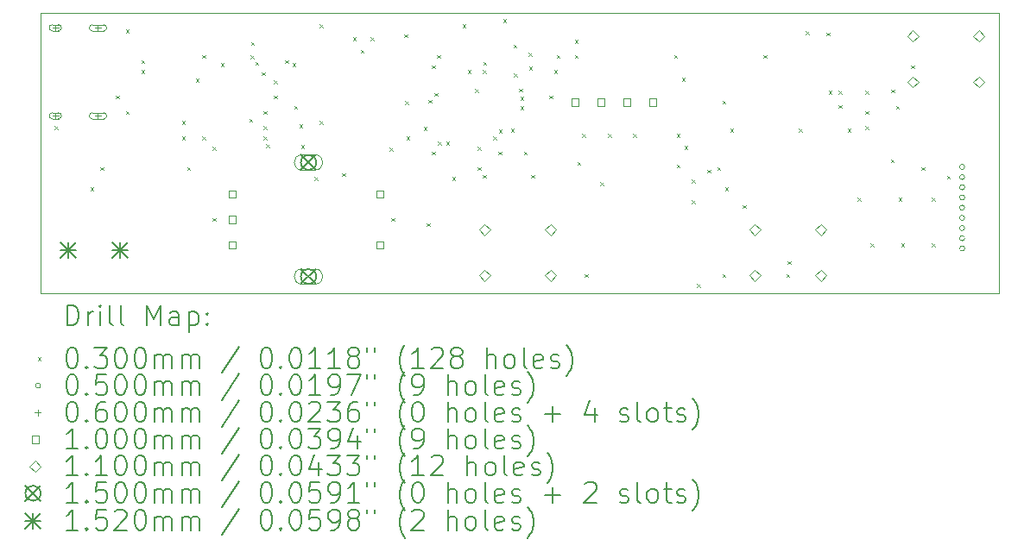
<source format=gbr>
%TF.GenerationSoftware,KiCad,Pcbnew,9.0.3*%
%TF.CreationDate,2025-08-18T18:11:48-04:00*%
%TF.ProjectId,Calender,43616c65-6e64-4657-922e-6b696361645f,rev?*%
%TF.SameCoordinates,Original*%
%TF.FileFunction,Drillmap*%
%TF.FilePolarity,Positive*%
%FSLAX45Y45*%
G04 Gerber Fmt 4.5, Leading zero omitted, Abs format (unit mm)*
G04 Created by KiCad (PCBNEW 9.0.3) date 2025-08-18 18:11:48*
%MOMM*%
%LPD*%
G01*
G04 APERTURE LIST*
%ADD10C,0.050000*%
%ADD11C,0.200000*%
%ADD12C,0.100000*%
%ADD13C,0.110000*%
%ADD14C,0.150000*%
%ADD15C,0.152000*%
G04 APERTURE END LIST*
D10*
X14401000Y-11525000D02*
X23799000Y-11525000D01*
X23799000Y-14275000D01*
X14401000Y-14275000D01*
X14401000Y-11525000D01*
D11*
D12*
X14535000Y-12635000D02*
X14565000Y-12665000D01*
X14565000Y-12635000D02*
X14535000Y-12665000D01*
X14885000Y-13235000D02*
X14915000Y-13265000D01*
X14915000Y-13235000D02*
X14885000Y-13265000D01*
X14985000Y-13035000D02*
X15015000Y-13065000D01*
X15015000Y-13035000D02*
X14985000Y-13065000D01*
X15135000Y-12335000D02*
X15165000Y-12365000D01*
X15165000Y-12335000D02*
X15135000Y-12365000D01*
X15235000Y-11685000D02*
X15265000Y-11715000D01*
X15265000Y-11685000D02*
X15235000Y-11715000D01*
X15235000Y-12485000D02*
X15265000Y-12515000D01*
X15265000Y-12485000D02*
X15235000Y-12515000D01*
X15385000Y-11985000D02*
X15415000Y-12015000D01*
X15415000Y-11985000D02*
X15385000Y-12015000D01*
X15385000Y-12085000D02*
X15415000Y-12115000D01*
X15415000Y-12085000D02*
X15385000Y-12115000D01*
X15785000Y-12585000D02*
X15815000Y-12615000D01*
X15815000Y-12585000D02*
X15785000Y-12615000D01*
X15785000Y-12735000D02*
X15815000Y-12765000D01*
X15815000Y-12735000D02*
X15785000Y-12765000D01*
X15835000Y-13035000D02*
X15865000Y-13065000D01*
X15865000Y-13035000D02*
X15835000Y-13065000D01*
X15918750Y-12168750D02*
X15948750Y-12198750D01*
X15948750Y-12168750D02*
X15918750Y-12198750D01*
X15985000Y-11935000D02*
X16015000Y-11965000D01*
X16015000Y-11935000D02*
X15985000Y-11965000D01*
X15985000Y-12735000D02*
X16015000Y-12765000D01*
X16015000Y-12735000D02*
X15985000Y-12765000D01*
X16085000Y-12835000D02*
X16115000Y-12865000D01*
X16115000Y-12835000D02*
X16085000Y-12865000D01*
X16085000Y-13535000D02*
X16115000Y-13565000D01*
X16115000Y-13535000D02*
X16085000Y-13565000D01*
X16166863Y-12013373D02*
X16196863Y-12043373D01*
X16196863Y-12013373D02*
X16166863Y-12043373D01*
X16443259Y-12561847D02*
X16473259Y-12591847D01*
X16473259Y-12561847D02*
X16443259Y-12591847D01*
X16458399Y-11938944D02*
X16488399Y-11968944D01*
X16488399Y-11938944D02*
X16458399Y-11968944D01*
X16460000Y-11807400D02*
X16490000Y-11837400D01*
X16490000Y-11807400D02*
X16460000Y-11837400D01*
X16505383Y-12003694D02*
X16535383Y-12033694D01*
X16535383Y-12003694D02*
X16505383Y-12033694D01*
X16565828Y-12104406D02*
X16595828Y-12134406D01*
X16595828Y-12104406D02*
X16565828Y-12134406D01*
X16585000Y-12485000D02*
X16615000Y-12515000D01*
X16615000Y-12485000D02*
X16585000Y-12515000D01*
X16585000Y-12635000D02*
X16615000Y-12665000D01*
X16615000Y-12635000D02*
X16585000Y-12665000D01*
X16585000Y-12735000D02*
X16615000Y-12765000D01*
X16615000Y-12735000D02*
X16585000Y-12765000D01*
X16610000Y-12812600D02*
X16640000Y-12842600D01*
X16640000Y-12812600D02*
X16610000Y-12842600D01*
X16685000Y-12185000D02*
X16715000Y-12215000D01*
X16715000Y-12185000D02*
X16685000Y-12215000D01*
X16685000Y-12335000D02*
X16715000Y-12365000D01*
X16715000Y-12335000D02*
X16685000Y-12365000D01*
X16795000Y-11985000D02*
X16825000Y-12015000D01*
X16825000Y-11985000D02*
X16795000Y-12015000D01*
X16868215Y-12017242D02*
X16898215Y-12047242D01*
X16898215Y-12017242D02*
X16868215Y-12047242D01*
X16885000Y-12435000D02*
X16915000Y-12465000D01*
X16915000Y-12435000D02*
X16885000Y-12465000D01*
X16935852Y-12617636D02*
X16965852Y-12647636D01*
X16965852Y-12617636D02*
X16935852Y-12647636D01*
X16951250Y-12818750D02*
X16981250Y-12848750D01*
X16981250Y-12818750D02*
X16951250Y-12848750D01*
X17085000Y-13135000D02*
X17115000Y-13165000D01*
X17115000Y-13135000D02*
X17085000Y-13165000D01*
X17135000Y-11635000D02*
X17165000Y-11665000D01*
X17165000Y-11635000D02*
X17135000Y-11665000D01*
X17135000Y-12585000D02*
X17165000Y-12615000D01*
X17165000Y-12585000D02*
X17135000Y-12615000D01*
X17353721Y-13093770D02*
X17383721Y-13123770D01*
X17383721Y-13093770D02*
X17353721Y-13123770D01*
X17460000Y-11760000D02*
X17490000Y-11790000D01*
X17490000Y-11760000D02*
X17460000Y-11790000D01*
X17535000Y-11885000D02*
X17565000Y-11915000D01*
X17565000Y-11885000D02*
X17535000Y-11915000D01*
X17634900Y-11762600D02*
X17664900Y-11792600D01*
X17664900Y-11762600D02*
X17634900Y-11792600D01*
X17819947Y-12846649D02*
X17849947Y-12876649D01*
X17849947Y-12846649D02*
X17819947Y-12876649D01*
X17835000Y-13535000D02*
X17865000Y-13565000D01*
X17865000Y-13535000D02*
X17835000Y-13565000D01*
X17966230Y-11731417D02*
X17996230Y-11761417D01*
X17996230Y-11731417D02*
X17966230Y-11761417D01*
X17970305Y-12390001D02*
X18000305Y-12420001D01*
X18000305Y-12390001D02*
X17970305Y-12420001D01*
X17985000Y-12735000D02*
X18015000Y-12765000D01*
X18015000Y-12735000D02*
X17985000Y-12765000D01*
X18155738Y-12643744D02*
X18185738Y-12673744D01*
X18185738Y-12643744D02*
X18155738Y-12673744D01*
X18185000Y-13585000D02*
X18215000Y-13615000D01*
X18215000Y-13585000D02*
X18185000Y-13615000D01*
X18198935Y-12376250D02*
X18228935Y-12406250D01*
X18228935Y-12376250D02*
X18198935Y-12406250D01*
X18235000Y-12035000D02*
X18265000Y-12065000D01*
X18265000Y-12035000D02*
X18235000Y-12065000D01*
X18235000Y-12885000D02*
X18265000Y-12915000D01*
X18265000Y-12885000D02*
X18235000Y-12915000D01*
X18262228Y-12307772D02*
X18292228Y-12337772D01*
X18292228Y-12307772D02*
X18262228Y-12337772D01*
X18285000Y-11935000D02*
X18315000Y-11965000D01*
X18315000Y-11935000D02*
X18285000Y-11965000D01*
X18295000Y-12785000D02*
X18325000Y-12815000D01*
X18325000Y-12785000D02*
X18295000Y-12815000D01*
X18375000Y-12785000D02*
X18405000Y-12815000D01*
X18405000Y-12785000D02*
X18375000Y-12815000D01*
X18435000Y-13135000D02*
X18465000Y-13165000D01*
X18465000Y-13135000D02*
X18435000Y-13165000D01*
X18535000Y-11635610D02*
X18565000Y-11665610D01*
X18565000Y-11635610D02*
X18535000Y-11665610D01*
X18585000Y-12085000D02*
X18615000Y-12115000D01*
X18615000Y-12085000D02*
X18585000Y-12115000D01*
X18656408Y-12270704D02*
X18686408Y-12300704D01*
X18686408Y-12270704D02*
X18656408Y-12300704D01*
X18685000Y-12835000D02*
X18715000Y-12865000D01*
X18715000Y-12835000D02*
X18685000Y-12865000D01*
X18685000Y-13035000D02*
X18715000Y-13065000D01*
X18715000Y-13035000D02*
X18685000Y-13065000D01*
X18735000Y-12085000D02*
X18765000Y-12115000D01*
X18765000Y-12085000D02*
X18735000Y-12115000D01*
X18735000Y-13112600D02*
X18765000Y-13142600D01*
X18765000Y-13112600D02*
X18735000Y-13142600D01*
X18737426Y-12002573D02*
X18767426Y-12032573D01*
X18767426Y-12002573D02*
X18737426Y-12032573D01*
X18835000Y-12735000D02*
X18865000Y-12765000D01*
X18865000Y-12735000D02*
X18835000Y-12765000D01*
X18885000Y-12885000D02*
X18915000Y-12915000D01*
X18915000Y-12885000D02*
X18885000Y-12915000D01*
X18892250Y-12669465D02*
X18922250Y-12699465D01*
X18922250Y-12669465D02*
X18892250Y-12699465D01*
X18935000Y-11585000D02*
X18965000Y-11615000D01*
X18965000Y-11585000D02*
X18935000Y-11615000D01*
X19010000Y-12660000D02*
X19040000Y-12690000D01*
X19040000Y-12660000D02*
X19010000Y-12690000D01*
X19035000Y-11835000D02*
X19065000Y-11865000D01*
X19065000Y-11835000D02*
X19035000Y-11865000D01*
X19039013Y-12117623D02*
X19069013Y-12147623D01*
X19069013Y-12117623D02*
X19039013Y-12147623D01*
X19091502Y-12264620D02*
X19121502Y-12294620D01*
X19121502Y-12264620D02*
X19091502Y-12294620D01*
X19102630Y-12344356D02*
X19132630Y-12374356D01*
X19132630Y-12344356D02*
X19102630Y-12374356D01*
X19104750Y-12437630D02*
X19134750Y-12467630D01*
X19134750Y-12437630D02*
X19104750Y-12467630D01*
X19135000Y-12885000D02*
X19165000Y-12915000D01*
X19165000Y-12885000D02*
X19135000Y-12915000D01*
X19185000Y-11914012D02*
X19215000Y-11944012D01*
X19215000Y-11914012D02*
X19185000Y-11944012D01*
X19186744Y-12050000D02*
X19216744Y-12080000D01*
X19216744Y-12050000D02*
X19186744Y-12080000D01*
X19210000Y-13112600D02*
X19240000Y-13142600D01*
X19240000Y-13112600D02*
X19210000Y-13142600D01*
X19385000Y-12335000D02*
X19415000Y-12365000D01*
X19415000Y-12335000D02*
X19385000Y-12365000D01*
X19435000Y-12085000D02*
X19465000Y-12115000D01*
X19465000Y-12085000D02*
X19435000Y-12115000D01*
X19460000Y-11935000D02*
X19490000Y-11965000D01*
X19490000Y-11935000D02*
X19460000Y-11965000D01*
X19635000Y-11785000D02*
X19665000Y-11815000D01*
X19665000Y-11785000D02*
X19635000Y-11815000D01*
X19635000Y-11935000D02*
X19665000Y-11965000D01*
X19665000Y-11935000D02*
X19635000Y-11965000D01*
X19660000Y-12985000D02*
X19690000Y-13015000D01*
X19690000Y-12985000D02*
X19660000Y-13015000D01*
X19710000Y-12710000D02*
X19740000Y-12740000D01*
X19740000Y-12710000D02*
X19710000Y-12740000D01*
X19735000Y-14085000D02*
X19765000Y-14115000D01*
X19765000Y-14085000D02*
X19735000Y-14115000D01*
X19885000Y-13185000D02*
X19915000Y-13215000D01*
X19915000Y-13185000D02*
X19885000Y-13215000D01*
X19960000Y-12710000D02*
X19990000Y-12740000D01*
X19990000Y-12710000D02*
X19960000Y-12740000D01*
X20210000Y-12710000D02*
X20240000Y-12740000D01*
X20240000Y-12710000D02*
X20210000Y-12740000D01*
X20610000Y-11935000D02*
X20640000Y-11965000D01*
X20640000Y-11935000D02*
X20610000Y-11965000D01*
X20635000Y-12710000D02*
X20665000Y-12740000D01*
X20665000Y-12710000D02*
X20635000Y-12740000D01*
X20635000Y-13010000D02*
X20665000Y-13040000D01*
X20665000Y-13010000D02*
X20635000Y-13040000D01*
X20685000Y-12160000D02*
X20715000Y-12190000D01*
X20715000Y-12160000D02*
X20685000Y-12190000D01*
X20709701Y-12827477D02*
X20739701Y-12857477D01*
X20739701Y-12827477D02*
X20709701Y-12857477D01*
X20785000Y-13160000D02*
X20815000Y-13190000D01*
X20815000Y-13160000D02*
X20785000Y-13190000D01*
X20785000Y-13360000D02*
X20815000Y-13390000D01*
X20815000Y-13360000D02*
X20785000Y-13390000D01*
X20835000Y-14185000D02*
X20865000Y-14215000D01*
X20865000Y-14185000D02*
X20835000Y-14215000D01*
X20935000Y-13060000D02*
X20965000Y-13090000D01*
X20965000Y-13060000D02*
X20935000Y-13090000D01*
X21035000Y-13035000D02*
X21065000Y-13065000D01*
X21065000Y-13035000D02*
X21035000Y-13065000D01*
X21085000Y-12385000D02*
X21115000Y-12415000D01*
X21115000Y-12385000D02*
X21085000Y-12415000D01*
X21085000Y-14085000D02*
X21115000Y-14115000D01*
X21115000Y-14085000D02*
X21085000Y-14115000D01*
X21110000Y-13235000D02*
X21140000Y-13265000D01*
X21140000Y-13235000D02*
X21110000Y-13265000D01*
X21160000Y-12660000D02*
X21190000Y-12690000D01*
X21190000Y-12660000D02*
X21160000Y-12690000D01*
X21285000Y-13410000D02*
X21315000Y-13440000D01*
X21315000Y-13410000D02*
X21285000Y-13440000D01*
X21485000Y-11935000D02*
X21515000Y-11965000D01*
X21515000Y-11935000D02*
X21485000Y-11965000D01*
X21710000Y-14085000D02*
X21740000Y-14115000D01*
X21740000Y-14085000D02*
X21710000Y-14115000D01*
X21722203Y-13956993D02*
X21752203Y-13986993D01*
X21752203Y-13956993D02*
X21722203Y-13986993D01*
X21835000Y-12660000D02*
X21865000Y-12690000D01*
X21865000Y-12660000D02*
X21835000Y-12690000D01*
X21902550Y-11702550D02*
X21932550Y-11732550D01*
X21932550Y-11702550D02*
X21902550Y-11732550D01*
X22105000Y-11715000D02*
X22135000Y-11745000D01*
X22135000Y-11715000D02*
X22105000Y-11745000D01*
X22125000Y-12284900D02*
X22155000Y-12314900D01*
X22155000Y-12284900D02*
X22125000Y-12314900D01*
X22225000Y-12284900D02*
X22255000Y-12314900D01*
X22255000Y-12284900D02*
X22225000Y-12314900D01*
X22225000Y-12425000D02*
X22255000Y-12455000D01*
X22255000Y-12425000D02*
X22225000Y-12455000D01*
X22310000Y-12660000D02*
X22340000Y-12690000D01*
X22340000Y-12660000D02*
X22310000Y-12690000D01*
X22410000Y-13335000D02*
X22440000Y-13365000D01*
X22440000Y-13335000D02*
X22410000Y-13365000D01*
X22485000Y-12285000D02*
X22515000Y-12315000D01*
X22515000Y-12285000D02*
X22485000Y-12315000D01*
X22485000Y-12485000D02*
X22515000Y-12515000D01*
X22515000Y-12485000D02*
X22485000Y-12515000D01*
X22485000Y-12635000D02*
X22515000Y-12665000D01*
X22515000Y-12635000D02*
X22485000Y-12665000D01*
X22535000Y-13785000D02*
X22565000Y-13815000D01*
X22565000Y-13785000D02*
X22535000Y-13815000D01*
X22735000Y-12960000D02*
X22765000Y-12990000D01*
X22765000Y-12960000D02*
X22735000Y-12990000D01*
X22739667Y-12272361D02*
X22769667Y-12302361D01*
X22769667Y-12272361D02*
X22739667Y-12302361D01*
X22785000Y-12435000D02*
X22815000Y-12465000D01*
X22815000Y-12435000D02*
X22785000Y-12465000D01*
X22810000Y-13335000D02*
X22840000Y-13365000D01*
X22840000Y-13335000D02*
X22810000Y-13365000D01*
X22835000Y-13785000D02*
X22865000Y-13815000D01*
X22865000Y-13785000D02*
X22835000Y-13815000D01*
X22935000Y-12035000D02*
X22965000Y-12065000D01*
X22965000Y-12035000D02*
X22935000Y-12065000D01*
X23035000Y-13035000D02*
X23065000Y-13065000D01*
X23065000Y-13035000D02*
X23035000Y-13065000D01*
X23135000Y-13335000D02*
X23165000Y-13365000D01*
X23165000Y-13335000D02*
X23135000Y-13365000D01*
X23135000Y-13785000D02*
X23165000Y-13815000D01*
X23165000Y-13785000D02*
X23135000Y-13815000D01*
X23285000Y-13119000D02*
X23315000Y-13149000D01*
X23315000Y-13119000D02*
X23285000Y-13149000D01*
X23459500Y-13034000D02*
G75*
G02*
X23409500Y-13034000I-25000J0D01*
G01*
X23409500Y-13034000D02*
G75*
G02*
X23459500Y-13034000I25000J0D01*
G01*
X23459500Y-13134000D02*
G75*
G02*
X23409500Y-13134000I-25000J0D01*
G01*
X23409500Y-13134000D02*
G75*
G02*
X23459500Y-13134000I25000J0D01*
G01*
X23459500Y-13234000D02*
G75*
G02*
X23409500Y-13234000I-25000J0D01*
G01*
X23409500Y-13234000D02*
G75*
G02*
X23459500Y-13234000I25000J0D01*
G01*
X23459500Y-13334000D02*
G75*
G02*
X23409500Y-13334000I-25000J0D01*
G01*
X23409500Y-13334000D02*
G75*
G02*
X23459500Y-13334000I25000J0D01*
G01*
X23459500Y-13434000D02*
G75*
G02*
X23409500Y-13434000I-25000J0D01*
G01*
X23409500Y-13434000D02*
G75*
G02*
X23459500Y-13434000I25000J0D01*
G01*
X23459500Y-13534000D02*
G75*
G02*
X23409500Y-13534000I-25000J0D01*
G01*
X23409500Y-13534000D02*
G75*
G02*
X23459500Y-13534000I25000J0D01*
G01*
X23459500Y-13634000D02*
G75*
G02*
X23409500Y-13634000I-25000J0D01*
G01*
X23409500Y-13634000D02*
G75*
G02*
X23459500Y-13634000I25000J0D01*
G01*
X23459500Y-13734000D02*
G75*
G02*
X23409500Y-13734000I-25000J0D01*
G01*
X23409500Y-13734000D02*
G75*
G02*
X23459500Y-13734000I25000J0D01*
G01*
X23459500Y-13834000D02*
G75*
G02*
X23409500Y-13834000I-25000J0D01*
G01*
X23409500Y-13834000D02*
G75*
G02*
X23459500Y-13834000I25000J0D01*
G01*
X14542500Y-11638000D02*
X14542500Y-11698000D01*
X14512500Y-11668000D02*
X14572500Y-11668000D01*
X14572500Y-11638000D02*
X14512500Y-11638000D01*
X14512500Y-11698000D02*
G75*
G02*
X14512500Y-11638000I0J30000D01*
G01*
X14512500Y-11698000D02*
X14572500Y-11698000D01*
X14572500Y-11698000D02*
G75*
G03*
X14572500Y-11638000I0J30000D01*
G01*
X14542500Y-12502000D02*
X14542500Y-12562000D01*
X14512500Y-12532000D02*
X14572500Y-12532000D01*
X14572500Y-12502000D02*
X14512500Y-12502000D01*
X14512500Y-12562000D02*
G75*
G02*
X14512500Y-12502000I0J30000D01*
G01*
X14512500Y-12562000D02*
X14572500Y-12562000D01*
X14572500Y-12562000D02*
G75*
G03*
X14572500Y-12502000I0J30000D01*
G01*
X14960500Y-11638000D02*
X14960500Y-11698000D01*
X14930500Y-11668000D02*
X14990500Y-11668000D01*
X15015500Y-11638000D02*
X14905500Y-11638000D01*
X14905500Y-11698000D02*
G75*
G02*
X14905500Y-11638000I0J30000D01*
G01*
X14905500Y-11698000D02*
X15015500Y-11698000D01*
X15015500Y-11698000D02*
G75*
G03*
X15015500Y-11638000I0J30000D01*
G01*
X14960500Y-12502000D02*
X14960500Y-12562000D01*
X14930500Y-12532000D02*
X14990500Y-12532000D01*
X15015500Y-12502000D02*
X14905500Y-12502000D01*
X14905500Y-12562000D02*
G75*
G02*
X14905500Y-12502000I0J30000D01*
G01*
X14905500Y-12562000D02*
X15015500Y-12562000D01*
X15015500Y-12562000D02*
G75*
G03*
X15015500Y-12502000I0J30000D01*
G01*
X16310356Y-13335356D02*
X16310356Y-13264644D01*
X16239644Y-13264644D01*
X16239644Y-13335356D01*
X16310356Y-13335356D01*
X16310356Y-13585356D02*
X16310356Y-13514644D01*
X16239644Y-13514644D01*
X16239644Y-13585356D01*
X16310356Y-13585356D01*
X16310356Y-13835356D02*
X16310356Y-13764644D01*
X16239644Y-13764644D01*
X16239644Y-13835356D01*
X16310356Y-13835356D01*
X17760356Y-13335356D02*
X17760356Y-13264644D01*
X17689644Y-13264644D01*
X17689644Y-13335356D01*
X17760356Y-13335356D01*
X17760356Y-13835356D02*
X17760356Y-13764644D01*
X17689644Y-13764644D01*
X17689644Y-13835356D01*
X17760356Y-13835356D01*
X19673356Y-12435356D02*
X19673356Y-12364644D01*
X19602644Y-12364644D01*
X19602644Y-12435356D01*
X19673356Y-12435356D01*
X19927356Y-12435356D02*
X19927356Y-12364644D01*
X19856644Y-12364644D01*
X19856644Y-12435356D01*
X19927356Y-12435356D01*
X20181356Y-12435356D02*
X20181356Y-12364644D01*
X20110644Y-12364644D01*
X20110644Y-12435356D01*
X20181356Y-12435356D01*
X20435356Y-12435356D02*
X20435356Y-12364644D01*
X20364644Y-12364644D01*
X20364644Y-12435356D01*
X20435356Y-12435356D01*
D13*
X18750000Y-13705000D02*
X18805000Y-13650000D01*
X18750000Y-13595000D01*
X18695000Y-13650000D01*
X18750000Y-13705000D01*
X18750000Y-14155000D02*
X18805000Y-14100000D01*
X18750000Y-14045000D01*
X18695000Y-14100000D01*
X18750000Y-14155000D01*
X19400000Y-13705000D02*
X19455000Y-13650000D01*
X19400000Y-13595000D01*
X19345000Y-13650000D01*
X19400000Y-13705000D01*
X19400000Y-14155000D02*
X19455000Y-14100000D01*
X19400000Y-14045000D01*
X19345000Y-14100000D01*
X19400000Y-14155000D01*
X21400000Y-13705000D02*
X21455000Y-13650000D01*
X21400000Y-13595000D01*
X21345000Y-13650000D01*
X21400000Y-13705000D01*
X21400000Y-14155000D02*
X21455000Y-14100000D01*
X21400000Y-14045000D01*
X21345000Y-14100000D01*
X21400000Y-14155000D01*
X22050000Y-13705000D02*
X22105000Y-13650000D01*
X22050000Y-13595000D01*
X21995000Y-13650000D01*
X22050000Y-13705000D01*
X22050000Y-14155000D02*
X22105000Y-14100000D01*
X22050000Y-14045000D01*
X21995000Y-14100000D01*
X22050000Y-14155000D01*
X22950000Y-11805000D02*
X23005000Y-11750000D01*
X22950000Y-11695000D01*
X22895000Y-11750000D01*
X22950000Y-11805000D01*
X22950000Y-12255000D02*
X23005000Y-12200000D01*
X22950000Y-12145000D01*
X22895000Y-12200000D01*
X22950000Y-12255000D01*
X23600000Y-11805000D02*
X23655000Y-11750000D01*
X23600000Y-11695000D01*
X23545000Y-11750000D01*
X23600000Y-11805000D01*
X23600000Y-12255000D02*
X23655000Y-12200000D01*
X23600000Y-12145000D01*
X23545000Y-12200000D01*
X23600000Y-12255000D01*
D14*
X16950000Y-12915000D02*
X17100000Y-13065000D01*
X17100000Y-12915000D02*
X16950000Y-13065000D01*
X17100000Y-12990000D02*
G75*
G02*
X16950000Y-12990000I-75000J0D01*
G01*
X16950000Y-12990000D02*
G75*
G02*
X17100000Y-12990000I75000J0D01*
G01*
D12*
X16960000Y-13065000D02*
X17090000Y-13065000D01*
X17090000Y-12915000D02*
G75*
G02*
X17090000Y-13065000I0J-75000D01*
G01*
X17090000Y-12915000D02*
X16960000Y-12915000D01*
X16960000Y-12915000D02*
G75*
G03*
X16960000Y-13065000I0J-75000D01*
G01*
D14*
X16950000Y-14035000D02*
X17100000Y-14185000D01*
X17100000Y-14035000D02*
X16950000Y-14185000D01*
X17100000Y-14110000D02*
G75*
G02*
X16950000Y-14110000I-75000J0D01*
G01*
X16950000Y-14110000D02*
G75*
G02*
X17100000Y-14110000I75000J0D01*
G01*
D12*
X16960000Y-14185000D02*
X17090000Y-14185000D01*
X17090000Y-14035000D02*
G75*
G02*
X17090000Y-14185000I0J-75000D01*
G01*
X17090000Y-14035000D02*
X16960000Y-14035000D01*
X16960000Y-14035000D02*
G75*
G03*
X16960000Y-14185000I0J-75000D01*
G01*
D15*
X14592558Y-13774000D02*
X14744558Y-13926000D01*
X14744558Y-13774000D02*
X14592558Y-13926000D01*
X14668558Y-13774000D02*
X14668558Y-13926000D01*
X14592558Y-13850000D02*
X14744558Y-13850000D01*
X15100558Y-13774000D02*
X15252558Y-13926000D01*
X15252558Y-13774000D02*
X15100558Y-13926000D01*
X15176558Y-13774000D02*
X15176558Y-13926000D01*
X15100558Y-13850000D02*
X15252558Y-13850000D01*
D11*
X14659277Y-14588984D02*
X14659277Y-14388984D01*
X14659277Y-14388984D02*
X14706896Y-14388984D01*
X14706896Y-14388984D02*
X14735467Y-14398508D01*
X14735467Y-14398508D02*
X14754515Y-14417555D01*
X14754515Y-14417555D02*
X14764039Y-14436603D01*
X14764039Y-14436603D02*
X14773562Y-14474698D01*
X14773562Y-14474698D02*
X14773562Y-14503269D01*
X14773562Y-14503269D02*
X14764039Y-14541365D01*
X14764039Y-14541365D02*
X14754515Y-14560412D01*
X14754515Y-14560412D02*
X14735467Y-14579460D01*
X14735467Y-14579460D02*
X14706896Y-14588984D01*
X14706896Y-14588984D02*
X14659277Y-14588984D01*
X14859277Y-14588984D02*
X14859277Y-14455650D01*
X14859277Y-14493746D02*
X14868801Y-14474698D01*
X14868801Y-14474698D02*
X14878324Y-14465174D01*
X14878324Y-14465174D02*
X14897372Y-14455650D01*
X14897372Y-14455650D02*
X14916420Y-14455650D01*
X14983086Y-14588984D02*
X14983086Y-14455650D01*
X14983086Y-14388984D02*
X14973562Y-14398508D01*
X14973562Y-14398508D02*
X14983086Y-14408031D01*
X14983086Y-14408031D02*
X14992610Y-14398508D01*
X14992610Y-14398508D02*
X14983086Y-14388984D01*
X14983086Y-14388984D02*
X14983086Y-14408031D01*
X15106896Y-14588984D02*
X15087848Y-14579460D01*
X15087848Y-14579460D02*
X15078324Y-14560412D01*
X15078324Y-14560412D02*
X15078324Y-14388984D01*
X15211658Y-14588984D02*
X15192610Y-14579460D01*
X15192610Y-14579460D02*
X15183086Y-14560412D01*
X15183086Y-14560412D02*
X15183086Y-14388984D01*
X15440229Y-14588984D02*
X15440229Y-14388984D01*
X15440229Y-14388984D02*
X15506896Y-14531841D01*
X15506896Y-14531841D02*
X15573562Y-14388984D01*
X15573562Y-14388984D02*
X15573562Y-14588984D01*
X15754515Y-14588984D02*
X15754515Y-14484222D01*
X15754515Y-14484222D02*
X15744991Y-14465174D01*
X15744991Y-14465174D02*
X15725943Y-14455650D01*
X15725943Y-14455650D02*
X15687848Y-14455650D01*
X15687848Y-14455650D02*
X15668801Y-14465174D01*
X15754515Y-14579460D02*
X15735467Y-14588984D01*
X15735467Y-14588984D02*
X15687848Y-14588984D01*
X15687848Y-14588984D02*
X15668801Y-14579460D01*
X15668801Y-14579460D02*
X15659277Y-14560412D01*
X15659277Y-14560412D02*
X15659277Y-14541365D01*
X15659277Y-14541365D02*
X15668801Y-14522317D01*
X15668801Y-14522317D02*
X15687848Y-14512793D01*
X15687848Y-14512793D02*
X15735467Y-14512793D01*
X15735467Y-14512793D02*
X15754515Y-14503269D01*
X15849753Y-14455650D02*
X15849753Y-14655650D01*
X15849753Y-14465174D02*
X15868801Y-14455650D01*
X15868801Y-14455650D02*
X15906896Y-14455650D01*
X15906896Y-14455650D02*
X15925943Y-14465174D01*
X15925943Y-14465174D02*
X15935467Y-14474698D01*
X15935467Y-14474698D02*
X15944991Y-14493746D01*
X15944991Y-14493746D02*
X15944991Y-14550888D01*
X15944991Y-14550888D02*
X15935467Y-14569936D01*
X15935467Y-14569936D02*
X15925943Y-14579460D01*
X15925943Y-14579460D02*
X15906896Y-14588984D01*
X15906896Y-14588984D02*
X15868801Y-14588984D01*
X15868801Y-14588984D02*
X15849753Y-14579460D01*
X16030705Y-14569936D02*
X16040229Y-14579460D01*
X16040229Y-14579460D02*
X16030705Y-14588984D01*
X16030705Y-14588984D02*
X16021182Y-14579460D01*
X16021182Y-14579460D02*
X16030705Y-14569936D01*
X16030705Y-14569936D02*
X16030705Y-14588984D01*
X16030705Y-14465174D02*
X16040229Y-14474698D01*
X16040229Y-14474698D02*
X16030705Y-14484222D01*
X16030705Y-14484222D02*
X16021182Y-14474698D01*
X16021182Y-14474698D02*
X16030705Y-14465174D01*
X16030705Y-14465174D02*
X16030705Y-14484222D01*
D12*
X14368500Y-14902500D02*
X14398500Y-14932500D01*
X14398500Y-14902500D02*
X14368500Y-14932500D01*
D11*
X14697372Y-14808984D02*
X14716420Y-14808984D01*
X14716420Y-14808984D02*
X14735467Y-14818508D01*
X14735467Y-14818508D02*
X14744991Y-14828031D01*
X14744991Y-14828031D02*
X14754515Y-14847079D01*
X14754515Y-14847079D02*
X14764039Y-14885174D01*
X14764039Y-14885174D02*
X14764039Y-14932793D01*
X14764039Y-14932793D02*
X14754515Y-14970888D01*
X14754515Y-14970888D02*
X14744991Y-14989936D01*
X14744991Y-14989936D02*
X14735467Y-14999460D01*
X14735467Y-14999460D02*
X14716420Y-15008984D01*
X14716420Y-15008984D02*
X14697372Y-15008984D01*
X14697372Y-15008984D02*
X14678324Y-14999460D01*
X14678324Y-14999460D02*
X14668801Y-14989936D01*
X14668801Y-14989936D02*
X14659277Y-14970888D01*
X14659277Y-14970888D02*
X14649753Y-14932793D01*
X14649753Y-14932793D02*
X14649753Y-14885174D01*
X14649753Y-14885174D02*
X14659277Y-14847079D01*
X14659277Y-14847079D02*
X14668801Y-14828031D01*
X14668801Y-14828031D02*
X14678324Y-14818508D01*
X14678324Y-14818508D02*
X14697372Y-14808984D01*
X14849753Y-14989936D02*
X14859277Y-14999460D01*
X14859277Y-14999460D02*
X14849753Y-15008984D01*
X14849753Y-15008984D02*
X14840229Y-14999460D01*
X14840229Y-14999460D02*
X14849753Y-14989936D01*
X14849753Y-14989936D02*
X14849753Y-15008984D01*
X14925943Y-14808984D02*
X15049753Y-14808984D01*
X15049753Y-14808984D02*
X14983086Y-14885174D01*
X14983086Y-14885174D02*
X15011658Y-14885174D01*
X15011658Y-14885174D02*
X15030705Y-14894698D01*
X15030705Y-14894698D02*
X15040229Y-14904222D01*
X15040229Y-14904222D02*
X15049753Y-14923269D01*
X15049753Y-14923269D02*
X15049753Y-14970888D01*
X15049753Y-14970888D02*
X15040229Y-14989936D01*
X15040229Y-14989936D02*
X15030705Y-14999460D01*
X15030705Y-14999460D02*
X15011658Y-15008984D01*
X15011658Y-15008984D02*
X14954515Y-15008984D01*
X14954515Y-15008984D02*
X14935467Y-14999460D01*
X14935467Y-14999460D02*
X14925943Y-14989936D01*
X15173562Y-14808984D02*
X15192610Y-14808984D01*
X15192610Y-14808984D02*
X15211658Y-14818508D01*
X15211658Y-14818508D02*
X15221182Y-14828031D01*
X15221182Y-14828031D02*
X15230705Y-14847079D01*
X15230705Y-14847079D02*
X15240229Y-14885174D01*
X15240229Y-14885174D02*
X15240229Y-14932793D01*
X15240229Y-14932793D02*
X15230705Y-14970888D01*
X15230705Y-14970888D02*
X15221182Y-14989936D01*
X15221182Y-14989936D02*
X15211658Y-14999460D01*
X15211658Y-14999460D02*
X15192610Y-15008984D01*
X15192610Y-15008984D02*
X15173562Y-15008984D01*
X15173562Y-15008984D02*
X15154515Y-14999460D01*
X15154515Y-14999460D02*
X15144991Y-14989936D01*
X15144991Y-14989936D02*
X15135467Y-14970888D01*
X15135467Y-14970888D02*
X15125943Y-14932793D01*
X15125943Y-14932793D02*
X15125943Y-14885174D01*
X15125943Y-14885174D02*
X15135467Y-14847079D01*
X15135467Y-14847079D02*
X15144991Y-14828031D01*
X15144991Y-14828031D02*
X15154515Y-14818508D01*
X15154515Y-14818508D02*
X15173562Y-14808984D01*
X15364039Y-14808984D02*
X15383086Y-14808984D01*
X15383086Y-14808984D02*
X15402134Y-14818508D01*
X15402134Y-14818508D02*
X15411658Y-14828031D01*
X15411658Y-14828031D02*
X15421182Y-14847079D01*
X15421182Y-14847079D02*
X15430705Y-14885174D01*
X15430705Y-14885174D02*
X15430705Y-14932793D01*
X15430705Y-14932793D02*
X15421182Y-14970888D01*
X15421182Y-14970888D02*
X15411658Y-14989936D01*
X15411658Y-14989936D02*
X15402134Y-14999460D01*
X15402134Y-14999460D02*
X15383086Y-15008984D01*
X15383086Y-15008984D02*
X15364039Y-15008984D01*
X15364039Y-15008984D02*
X15344991Y-14999460D01*
X15344991Y-14999460D02*
X15335467Y-14989936D01*
X15335467Y-14989936D02*
X15325943Y-14970888D01*
X15325943Y-14970888D02*
X15316420Y-14932793D01*
X15316420Y-14932793D02*
X15316420Y-14885174D01*
X15316420Y-14885174D02*
X15325943Y-14847079D01*
X15325943Y-14847079D02*
X15335467Y-14828031D01*
X15335467Y-14828031D02*
X15344991Y-14818508D01*
X15344991Y-14818508D02*
X15364039Y-14808984D01*
X15516420Y-15008984D02*
X15516420Y-14875650D01*
X15516420Y-14894698D02*
X15525943Y-14885174D01*
X15525943Y-14885174D02*
X15544991Y-14875650D01*
X15544991Y-14875650D02*
X15573563Y-14875650D01*
X15573563Y-14875650D02*
X15592610Y-14885174D01*
X15592610Y-14885174D02*
X15602134Y-14904222D01*
X15602134Y-14904222D02*
X15602134Y-15008984D01*
X15602134Y-14904222D02*
X15611658Y-14885174D01*
X15611658Y-14885174D02*
X15630705Y-14875650D01*
X15630705Y-14875650D02*
X15659277Y-14875650D01*
X15659277Y-14875650D02*
X15678324Y-14885174D01*
X15678324Y-14885174D02*
X15687848Y-14904222D01*
X15687848Y-14904222D02*
X15687848Y-15008984D01*
X15783086Y-15008984D02*
X15783086Y-14875650D01*
X15783086Y-14894698D02*
X15792610Y-14885174D01*
X15792610Y-14885174D02*
X15811658Y-14875650D01*
X15811658Y-14875650D02*
X15840229Y-14875650D01*
X15840229Y-14875650D02*
X15859277Y-14885174D01*
X15859277Y-14885174D02*
X15868801Y-14904222D01*
X15868801Y-14904222D02*
X15868801Y-15008984D01*
X15868801Y-14904222D02*
X15878324Y-14885174D01*
X15878324Y-14885174D02*
X15897372Y-14875650D01*
X15897372Y-14875650D02*
X15925943Y-14875650D01*
X15925943Y-14875650D02*
X15944991Y-14885174D01*
X15944991Y-14885174D02*
X15954515Y-14904222D01*
X15954515Y-14904222D02*
X15954515Y-15008984D01*
X16344991Y-14799460D02*
X16173563Y-15056603D01*
X16602134Y-14808984D02*
X16621182Y-14808984D01*
X16621182Y-14808984D02*
X16640229Y-14818508D01*
X16640229Y-14818508D02*
X16649753Y-14828031D01*
X16649753Y-14828031D02*
X16659277Y-14847079D01*
X16659277Y-14847079D02*
X16668801Y-14885174D01*
X16668801Y-14885174D02*
X16668801Y-14932793D01*
X16668801Y-14932793D02*
X16659277Y-14970888D01*
X16659277Y-14970888D02*
X16649753Y-14989936D01*
X16649753Y-14989936D02*
X16640229Y-14999460D01*
X16640229Y-14999460D02*
X16621182Y-15008984D01*
X16621182Y-15008984D02*
X16602134Y-15008984D01*
X16602134Y-15008984D02*
X16583086Y-14999460D01*
X16583086Y-14999460D02*
X16573563Y-14989936D01*
X16573563Y-14989936D02*
X16564039Y-14970888D01*
X16564039Y-14970888D02*
X16554515Y-14932793D01*
X16554515Y-14932793D02*
X16554515Y-14885174D01*
X16554515Y-14885174D02*
X16564039Y-14847079D01*
X16564039Y-14847079D02*
X16573563Y-14828031D01*
X16573563Y-14828031D02*
X16583086Y-14818508D01*
X16583086Y-14818508D02*
X16602134Y-14808984D01*
X16754515Y-14989936D02*
X16764039Y-14999460D01*
X16764039Y-14999460D02*
X16754515Y-15008984D01*
X16754515Y-15008984D02*
X16744991Y-14999460D01*
X16744991Y-14999460D02*
X16754515Y-14989936D01*
X16754515Y-14989936D02*
X16754515Y-15008984D01*
X16887848Y-14808984D02*
X16906896Y-14808984D01*
X16906896Y-14808984D02*
X16925944Y-14818508D01*
X16925944Y-14818508D02*
X16935468Y-14828031D01*
X16935468Y-14828031D02*
X16944991Y-14847079D01*
X16944991Y-14847079D02*
X16954515Y-14885174D01*
X16954515Y-14885174D02*
X16954515Y-14932793D01*
X16954515Y-14932793D02*
X16944991Y-14970888D01*
X16944991Y-14970888D02*
X16935468Y-14989936D01*
X16935468Y-14989936D02*
X16925944Y-14999460D01*
X16925944Y-14999460D02*
X16906896Y-15008984D01*
X16906896Y-15008984D02*
X16887848Y-15008984D01*
X16887848Y-15008984D02*
X16868801Y-14999460D01*
X16868801Y-14999460D02*
X16859277Y-14989936D01*
X16859277Y-14989936D02*
X16849753Y-14970888D01*
X16849753Y-14970888D02*
X16840229Y-14932793D01*
X16840229Y-14932793D02*
X16840229Y-14885174D01*
X16840229Y-14885174D02*
X16849753Y-14847079D01*
X16849753Y-14847079D02*
X16859277Y-14828031D01*
X16859277Y-14828031D02*
X16868801Y-14818508D01*
X16868801Y-14818508D02*
X16887848Y-14808984D01*
X17144991Y-15008984D02*
X17030706Y-15008984D01*
X17087848Y-15008984D02*
X17087848Y-14808984D01*
X17087848Y-14808984D02*
X17068801Y-14837555D01*
X17068801Y-14837555D02*
X17049753Y-14856603D01*
X17049753Y-14856603D02*
X17030706Y-14866127D01*
X17335468Y-15008984D02*
X17221182Y-15008984D01*
X17278325Y-15008984D02*
X17278325Y-14808984D01*
X17278325Y-14808984D02*
X17259277Y-14837555D01*
X17259277Y-14837555D02*
X17240229Y-14856603D01*
X17240229Y-14856603D02*
X17221182Y-14866127D01*
X17449753Y-14894698D02*
X17430706Y-14885174D01*
X17430706Y-14885174D02*
X17421182Y-14875650D01*
X17421182Y-14875650D02*
X17411658Y-14856603D01*
X17411658Y-14856603D02*
X17411658Y-14847079D01*
X17411658Y-14847079D02*
X17421182Y-14828031D01*
X17421182Y-14828031D02*
X17430706Y-14818508D01*
X17430706Y-14818508D02*
X17449753Y-14808984D01*
X17449753Y-14808984D02*
X17487849Y-14808984D01*
X17487849Y-14808984D02*
X17506896Y-14818508D01*
X17506896Y-14818508D02*
X17516420Y-14828031D01*
X17516420Y-14828031D02*
X17525944Y-14847079D01*
X17525944Y-14847079D02*
X17525944Y-14856603D01*
X17525944Y-14856603D02*
X17516420Y-14875650D01*
X17516420Y-14875650D02*
X17506896Y-14885174D01*
X17506896Y-14885174D02*
X17487849Y-14894698D01*
X17487849Y-14894698D02*
X17449753Y-14894698D01*
X17449753Y-14894698D02*
X17430706Y-14904222D01*
X17430706Y-14904222D02*
X17421182Y-14913746D01*
X17421182Y-14913746D02*
X17411658Y-14932793D01*
X17411658Y-14932793D02*
X17411658Y-14970888D01*
X17411658Y-14970888D02*
X17421182Y-14989936D01*
X17421182Y-14989936D02*
X17430706Y-14999460D01*
X17430706Y-14999460D02*
X17449753Y-15008984D01*
X17449753Y-15008984D02*
X17487849Y-15008984D01*
X17487849Y-15008984D02*
X17506896Y-14999460D01*
X17506896Y-14999460D02*
X17516420Y-14989936D01*
X17516420Y-14989936D02*
X17525944Y-14970888D01*
X17525944Y-14970888D02*
X17525944Y-14932793D01*
X17525944Y-14932793D02*
X17516420Y-14913746D01*
X17516420Y-14913746D02*
X17506896Y-14904222D01*
X17506896Y-14904222D02*
X17487849Y-14894698D01*
X17602134Y-14808984D02*
X17602134Y-14847079D01*
X17678325Y-14808984D02*
X17678325Y-14847079D01*
X17973563Y-15085174D02*
X17964039Y-15075650D01*
X17964039Y-15075650D02*
X17944991Y-15047079D01*
X17944991Y-15047079D02*
X17935468Y-15028031D01*
X17935468Y-15028031D02*
X17925944Y-14999460D01*
X17925944Y-14999460D02*
X17916420Y-14951841D01*
X17916420Y-14951841D02*
X17916420Y-14913746D01*
X17916420Y-14913746D02*
X17925944Y-14866127D01*
X17925944Y-14866127D02*
X17935468Y-14837555D01*
X17935468Y-14837555D02*
X17944991Y-14818508D01*
X17944991Y-14818508D02*
X17964039Y-14789936D01*
X17964039Y-14789936D02*
X17973563Y-14780412D01*
X18154515Y-15008984D02*
X18040230Y-15008984D01*
X18097372Y-15008984D02*
X18097372Y-14808984D01*
X18097372Y-14808984D02*
X18078325Y-14837555D01*
X18078325Y-14837555D02*
X18059277Y-14856603D01*
X18059277Y-14856603D02*
X18040230Y-14866127D01*
X18230706Y-14828031D02*
X18240230Y-14818508D01*
X18240230Y-14818508D02*
X18259277Y-14808984D01*
X18259277Y-14808984D02*
X18306896Y-14808984D01*
X18306896Y-14808984D02*
X18325944Y-14818508D01*
X18325944Y-14818508D02*
X18335468Y-14828031D01*
X18335468Y-14828031D02*
X18344991Y-14847079D01*
X18344991Y-14847079D02*
X18344991Y-14866127D01*
X18344991Y-14866127D02*
X18335468Y-14894698D01*
X18335468Y-14894698D02*
X18221182Y-15008984D01*
X18221182Y-15008984D02*
X18344991Y-15008984D01*
X18459277Y-14894698D02*
X18440230Y-14885174D01*
X18440230Y-14885174D02*
X18430706Y-14875650D01*
X18430706Y-14875650D02*
X18421182Y-14856603D01*
X18421182Y-14856603D02*
X18421182Y-14847079D01*
X18421182Y-14847079D02*
X18430706Y-14828031D01*
X18430706Y-14828031D02*
X18440230Y-14818508D01*
X18440230Y-14818508D02*
X18459277Y-14808984D01*
X18459277Y-14808984D02*
X18497372Y-14808984D01*
X18497372Y-14808984D02*
X18516420Y-14818508D01*
X18516420Y-14818508D02*
X18525944Y-14828031D01*
X18525944Y-14828031D02*
X18535468Y-14847079D01*
X18535468Y-14847079D02*
X18535468Y-14856603D01*
X18535468Y-14856603D02*
X18525944Y-14875650D01*
X18525944Y-14875650D02*
X18516420Y-14885174D01*
X18516420Y-14885174D02*
X18497372Y-14894698D01*
X18497372Y-14894698D02*
X18459277Y-14894698D01*
X18459277Y-14894698D02*
X18440230Y-14904222D01*
X18440230Y-14904222D02*
X18430706Y-14913746D01*
X18430706Y-14913746D02*
X18421182Y-14932793D01*
X18421182Y-14932793D02*
X18421182Y-14970888D01*
X18421182Y-14970888D02*
X18430706Y-14989936D01*
X18430706Y-14989936D02*
X18440230Y-14999460D01*
X18440230Y-14999460D02*
X18459277Y-15008984D01*
X18459277Y-15008984D02*
X18497372Y-15008984D01*
X18497372Y-15008984D02*
X18516420Y-14999460D01*
X18516420Y-14999460D02*
X18525944Y-14989936D01*
X18525944Y-14989936D02*
X18535468Y-14970888D01*
X18535468Y-14970888D02*
X18535468Y-14932793D01*
X18535468Y-14932793D02*
X18525944Y-14913746D01*
X18525944Y-14913746D02*
X18516420Y-14904222D01*
X18516420Y-14904222D02*
X18497372Y-14894698D01*
X18773563Y-15008984D02*
X18773563Y-14808984D01*
X18859277Y-15008984D02*
X18859277Y-14904222D01*
X18859277Y-14904222D02*
X18849753Y-14885174D01*
X18849753Y-14885174D02*
X18830706Y-14875650D01*
X18830706Y-14875650D02*
X18802134Y-14875650D01*
X18802134Y-14875650D02*
X18783087Y-14885174D01*
X18783087Y-14885174D02*
X18773563Y-14894698D01*
X18983087Y-15008984D02*
X18964039Y-14999460D01*
X18964039Y-14999460D02*
X18954515Y-14989936D01*
X18954515Y-14989936D02*
X18944992Y-14970888D01*
X18944992Y-14970888D02*
X18944992Y-14913746D01*
X18944992Y-14913746D02*
X18954515Y-14894698D01*
X18954515Y-14894698D02*
X18964039Y-14885174D01*
X18964039Y-14885174D02*
X18983087Y-14875650D01*
X18983087Y-14875650D02*
X19011658Y-14875650D01*
X19011658Y-14875650D02*
X19030706Y-14885174D01*
X19030706Y-14885174D02*
X19040230Y-14894698D01*
X19040230Y-14894698D02*
X19049753Y-14913746D01*
X19049753Y-14913746D02*
X19049753Y-14970888D01*
X19049753Y-14970888D02*
X19040230Y-14989936D01*
X19040230Y-14989936D02*
X19030706Y-14999460D01*
X19030706Y-14999460D02*
X19011658Y-15008984D01*
X19011658Y-15008984D02*
X18983087Y-15008984D01*
X19164039Y-15008984D02*
X19144992Y-14999460D01*
X19144992Y-14999460D02*
X19135468Y-14980412D01*
X19135468Y-14980412D02*
X19135468Y-14808984D01*
X19316420Y-14999460D02*
X19297373Y-15008984D01*
X19297373Y-15008984D02*
X19259277Y-15008984D01*
X19259277Y-15008984D02*
X19240230Y-14999460D01*
X19240230Y-14999460D02*
X19230706Y-14980412D01*
X19230706Y-14980412D02*
X19230706Y-14904222D01*
X19230706Y-14904222D02*
X19240230Y-14885174D01*
X19240230Y-14885174D02*
X19259277Y-14875650D01*
X19259277Y-14875650D02*
X19297373Y-14875650D01*
X19297373Y-14875650D02*
X19316420Y-14885174D01*
X19316420Y-14885174D02*
X19325944Y-14904222D01*
X19325944Y-14904222D02*
X19325944Y-14923269D01*
X19325944Y-14923269D02*
X19230706Y-14942317D01*
X19402134Y-14999460D02*
X19421182Y-15008984D01*
X19421182Y-15008984D02*
X19459277Y-15008984D01*
X19459277Y-15008984D02*
X19478325Y-14999460D01*
X19478325Y-14999460D02*
X19487849Y-14980412D01*
X19487849Y-14980412D02*
X19487849Y-14970888D01*
X19487849Y-14970888D02*
X19478325Y-14951841D01*
X19478325Y-14951841D02*
X19459277Y-14942317D01*
X19459277Y-14942317D02*
X19430706Y-14942317D01*
X19430706Y-14942317D02*
X19411658Y-14932793D01*
X19411658Y-14932793D02*
X19402134Y-14913746D01*
X19402134Y-14913746D02*
X19402134Y-14904222D01*
X19402134Y-14904222D02*
X19411658Y-14885174D01*
X19411658Y-14885174D02*
X19430706Y-14875650D01*
X19430706Y-14875650D02*
X19459277Y-14875650D01*
X19459277Y-14875650D02*
X19478325Y-14885174D01*
X19554515Y-15085174D02*
X19564039Y-15075650D01*
X19564039Y-15075650D02*
X19583087Y-15047079D01*
X19583087Y-15047079D02*
X19592611Y-15028031D01*
X19592611Y-15028031D02*
X19602134Y-14999460D01*
X19602134Y-14999460D02*
X19611658Y-14951841D01*
X19611658Y-14951841D02*
X19611658Y-14913746D01*
X19611658Y-14913746D02*
X19602134Y-14866127D01*
X19602134Y-14866127D02*
X19592611Y-14837555D01*
X19592611Y-14837555D02*
X19583087Y-14818508D01*
X19583087Y-14818508D02*
X19564039Y-14789936D01*
X19564039Y-14789936D02*
X19554515Y-14780412D01*
D12*
X14398500Y-15181500D02*
G75*
G02*
X14348500Y-15181500I-25000J0D01*
G01*
X14348500Y-15181500D02*
G75*
G02*
X14398500Y-15181500I25000J0D01*
G01*
D11*
X14697372Y-15072984D02*
X14716420Y-15072984D01*
X14716420Y-15072984D02*
X14735467Y-15082508D01*
X14735467Y-15082508D02*
X14744991Y-15092031D01*
X14744991Y-15092031D02*
X14754515Y-15111079D01*
X14754515Y-15111079D02*
X14764039Y-15149174D01*
X14764039Y-15149174D02*
X14764039Y-15196793D01*
X14764039Y-15196793D02*
X14754515Y-15234888D01*
X14754515Y-15234888D02*
X14744991Y-15253936D01*
X14744991Y-15253936D02*
X14735467Y-15263460D01*
X14735467Y-15263460D02*
X14716420Y-15272984D01*
X14716420Y-15272984D02*
X14697372Y-15272984D01*
X14697372Y-15272984D02*
X14678324Y-15263460D01*
X14678324Y-15263460D02*
X14668801Y-15253936D01*
X14668801Y-15253936D02*
X14659277Y-15234888D01*
X14659277Y-15234888D02*
X14649753Y-15196793D01*
X14649753Y-15196793D02*
X14649753Y-15149174D01*
X14649753Y-15149174D02*
X14659277Y-15111079D01*
X14659277Y-15111079D02*
X14668801Y-15092031D01*
X14668801Y-15092031D02*
X14678324Y-15082508D01*
X14678324Y-15082508D02*
X14697372Y-15072984D01*
X14849753Y-15253936D02*
X14859277Y-15263460D01*
X14859277Y-15263460D02*
X14849753Y-15272984D01*
X14849753Y-15272984D02*
X14840229Y-15263460D01*
X14840229Y-15263460D02*
X14849753Y-15253936D01*
X14849753Y-15253936D02*
X14849753Y-15272984D01*
X15040229Y-15072984D02*
X14944991Y-15072984D01*
X14944991Y-15072984D02*
X14935467Y-15168222D01*
X14935467Y-15168222D02*
X14944991Y-15158698D01*
X14944991Y-15158698D02*
X14964039Y-15149174D01*
X14964039Y-15149174D02*
X15011658Y-15149174D01*
X15011658Y-15149174D02*
X15030705Y-15158698D01*
X15030705Y-15158698D02*
X15040229Y-15168222D01*
X15040229Y-15168222D02*
X15049753Y-15187269D01*
X15049753Y-15187269D02*
X15049753Y-15234888D01*
X15049753Y-15234888D02*
X15040229Y-15253936D01*
X15040229Y-15253936D02*
X15030705Y-15263460D01*
X15030705Y-15263460D02*
X15011658Y-15272984D01*
X15011658Y-15272984D02*
X14964039Y-15272984D01*
X14964039Y-15272984D02*
X14944991Y-15263460D01*
X14944991Y-15263460D02*
X14935467Y-15253936D01*
X15173562Y-15072984D02*
X15192610Y-15072984D01*
X15192610Y-15072984D02*
X15211658Y-15082508D01*
X15211658Y-15082508D02*
X15221182Y-15092031D01*
X15221182Y-15092031D02*
X15230705Y-15111079D01*
X15230705Y-15111079D02*
X15240229Y-15149174D01*
X15240229Y-15149174D02*
X15240229Y-15196793D01*
X15240229Y-15196793D02*
X15230705Y-15234888D01*
X15230705Y-15234888D02*
X15221182Y-15253936D01*
X15221182Y-15253936D02*
X15211658Y-15263460D01*
X15211658Y-15263460D02*
X15192610Y-15272984D01*
X15192610Y-15272984D02*
X15173562Y-15272984D01*
X15173562Y-15272984D02*
X15154515Y-15263460D01*
X15154515Y-15263460D02*
X15144991Y-15253936D01*
X15144991Y-15253936D02*
X15135467Y-15234888D01*
X15135467Y-15234888D02*
X15125943Y-15196793D01*
X15125943Y-15196793D02*
X15125943Y-15149174D01*
X15125943Y-15149174D02*
X15135467Y-15111079D01*
X15135467Y-15111079D02*
X15144991Y-15092031D01*
X15144991Y-15092031D02*
X15154515Y-15082508D01*
X15154515Y-15082508D02*
X15173562Y-15072984D01*
X15364039Y-15072984D02*
X15383086Y-15072984D01*
X15383086Y-15072984D02*
X15402134Y-15082508D01*
X15402134Y-15082508D02*
X15411658Y-15092031D01*
X15411658Y-15092031D02*
X15421182Y-15111079D01*
X15421182Y-15111079D02*
X15430705Y-15149174D01*
X15430705Y-15149174D02*
X15430705Y-15196793D01*
X15430705Y-15196793D02*
X15421182Y-15234888D01*
X15421182Y-15234888D02*
X15411658Y-15253936D01*
X15411658Y-15253936D02*
X15402134Y-15263460D01*
X15402134Y-15263460D02*
X15383086Y-15272984D01*
X15383086Y-15272984D02*
X15364039Y-15272984D01*
X15364039Y-15272984D02*
X15344991Y-15263460D01*
X15344991Y-15263460D02*
X15335467Y-15253936D01*
X15335467Y-15253936D02*
X15325943Y-15234888D01*
X15325943Y-15234888D02*
X15316420Y-15196793D01*
X15316420Y-15196793D02*
X15316420Y-15149174D01*
X15316420Y-15149174D02*
X15325943Y-15111079D01*
X15325943Y-15111079D02*
X15335467Y-15092031D01*
X15335467Y-15092031D02*
X15344991Y-15082508D01*
X15344991Y-15082508D02*
X15364039Y-15072984D01*
X15516420Y-15272984D02*
X15516420Y-15139650D01*
X15516420Y-15158698D02*
X15525943Y-15149174D01*
X15525943Y-15149174D02*
X15544991Y-15139650D01*
X15544991Y-15139650D02*
X15573563Y-15139650D01*
X15573563Y-15139650D02*
X15592610Y-15149174D01*
X15592610Y-15149174D02*
X15602134Y-15168222D01*
X15602134Y-15168222D02*
X15602134Y-15272984D01*
X15602134Y-15168222D02*
X15611658Y-15149174D01*
X15611658Y-15149174D02*
X15630705Y-15139650D01*
X15630705Y-15139650D02*
X15659277Y-15139650D01*
X15659277Y-15139650D02*
X15678324Y-15149174D01*
X15678324Y-15149174D02*
X15687848Y-15168222D01*
X15687848Y-15168222D02*
X15687848Y-15272984D01*
X15783086Y-15272984D02*
X15783086Y-15139650D01*
X15783086Y-15158698D02*
X15792610Y-15149174D01*
X15792610Y-15149174D02*
X15811658Y-15139650D01*
X15811658Y-15139650D02*
X15840229Y-15139650D01*
X15840229Y-15139650D02*
X15859277Y-15149174D01*
X15859277Y-15149174D02*
X15868801Y-15168222D01*
X15868801Y-15168222D02*
X15868801Y-15272984D01*
X15868801Y-15168222D02*
X15878324Y-15149174D01*
X15878324Y-15149174D02*
X15897372Y-15139650D01*
X15897372Y-15139650D02*
X15925943Y-15139650D01*
X15925943Y-15139650D02*
X15944991Y-15149174D01*
X15944991Y-15149174D02*
X15954515Y-15168222D01*
X15954515Y-15168222D02*
X15954515Y-15272984D01*
X16344991Y-15063460D02*
X16173563Y-15320603D01*
X16602134Y-15072984D02*
X16621182Y-15072984D01*
X16621182Y-15072984D02*
X16640229Y-15082508D01*
X16640229Y-15082508D02*
X16649753Y-15092031D01*
X16649753Y-15092031D02*
X16659277Y-15111079D01*
X16659277Y-15111079D02*
X16668801Y-15149174D01*
X16668801Y-15149174D02*
X16668801Y-15196793D01*
X16668801Y-15196793D02*
X16659277Y-15234888D01*
X16659277Y-15234888D02*
X16649753Y-15253936D01*
X16649753Y-15253936D02*
X16640229Y-15263460D01*
X16640229Y-15263460D02*
X16621182Y-15272984D01*
X16621182Y-15272984D02*
X16602134Y-15272984D01*
X16602134Y-15272984D02*
X16583086Y-15263460D01*
X16583086Y-15263460D02*
X16573563Y-15253936D01*
X16573563Y-15253936D02*
X16564039Y-15234888D01*
X16564039Y-15234888D02*
X16554515Y-15196793D01*
X16554515Y-15196793D02*
X16554515Y-15149174D01*
X16554515Y-15149174D02*
X16564039Y-15111079D01*
X16564039Y-15111079D02*
X16573563Y-15092031D01*
X16573563Y-15092031D02*
X16583086Y-15082508D01*
X16583086Y-15082508D02*
X16602134Y-15072984D01*
X16754515Y-15253936D02*
X16764039Y-15263460D01*
X16764039Y-15263460D02*
X16754515Y-15272984D01*
X16754515Y-15272984D02*
X16744991Y-15263460D01*
X16744991Y-15263460D02*
X16754515Y-15253936D01*
X16754515Y-15253936D02*
X16754515Y-15272984D01*
X16887848Y-15072984D02*
X16906896Y-15072984D01*
X16906896Y-15072984D02*
X16925944Y-15082508D01*
X16925944Y-15082508D02*
X16935468Y-15092031D01*
X16935468Y-15092031D02*
X16944991Y-15111079D01*
X16944991Y-15111079D02*
X16954515Y-15149174D01*
X16954515Y-15149174D02*
X16954515Y-15196793D01*
X16954515Y-15196793D02*
X16944991Y-15234888D01*
X16944991Y-15234888D02*
X16935468Y-15253936D01*
X16935468Y-15253936D02*
X16925944Y-15263460D01*
X16925944Y-15263460D02*
X16906896Y-15272984D01*
X16906896Y-15272984D02*
X16887848Y-15272984D01*
X16887848Y-15272984D02*
X16868801Y-15263460D01*
X16868801Y-15263460D02*
X16859277Y-15253936D01*
X16859277Y-15253936D02*
X16849753Y-15234888D01*
X16849753Y-15234888D02*
X16840229Y-15196793D01*
X16840229Y-15196793D02*
X16840229Y-15149174D01*
X16840229Y-15149174D02*
X16849753Y-15111079D01*
X16849753Y-15111079D02*
X16859277Y-15092031D01*
X16859277Y-15092031D02*
X16868801Y-15082508D01*
X16868801Y-15082508D02*
X16887848Y-15072984D01*
X17144991Y-15272984D02*
X17030706Y-15272984D01*
X17087848Y-15272984D02*
X17087848Y-15072984D01*
X17087848Y-15072984D02*
X17068801Y-15101555D01*
X17068801Y-15101555D02*
X17049753Y-15120603D01*
X17049753Y-15120603D02*
X17030706Y-15130127D01*
X17240229Y-15272984D02*
X17278325Y-15272984D01*
X17278325Y-15272984D02*
X17297372Y-15263460D01*
X17297372Y-15263460D02*
X17306896Y-15253936D01*
X17306896Y-15253936D02*
X17325944Y-15225365D01*
X17325944Y-15225365D02*
X17335468Y-15187269D01*
X17335468Y-15187269D02*
X17335468Y-15111079D01*
X17335468Y-15111079D02*
X17325944Y-15092031D01*
X17325944Y-15092031D02*
X17316420Y-15082508D01*
X17316420Y-15082508D02*
X17297372Y-15072984D01*
X17297372Y-15072984D02*
X17259277Y-15072984D01*
X17259277Y-15072984D02*
X17240229Y-15082508D01*
X17240229Y-15082508D02*
X17230706Y-15092031D01*
X17230706Y-15092031D02*
X17221182Y-15111079D01*
X17221182Y-15111079D02*
X17221182Y-15158698D01*
X17221182Y-15158698D02*
X17230706Y-15177746D01*
X17230706Y-15177746D02*
X17240229Y-15187269D01*
X17240229Y-15187269D02*
X17259277Y-15196793D01*
X17259277Y-15196793D02*
X17297372Y-15196793D01*
X17297372Y-15196793D02*
X17316420Y-15187269D01*
X17316420Y-15187269D02*
X17325944Y-15177746D01*
X17325944Y-15177746D02*
X17335468Y-15158698D01*
X17402134Y-15072984D02*
X17535468Y-15072984D01*
X17535468Y-15072984D02*
X17449753Y-15272984D01*
X17602134Y-15072984D02*
X17602134Y-15111079D01*
X17678325Y-15072984D02*
X17678325Y-15111079D01*
X17973563Y-15349174D02*
X17964039Y-15339650D01*
X17964039Y-15339650D02*
X17944991Y-15311079D01*
X17944991Y-15311079D02*
X17935468Y-15292031D01*
X17935468Y-15292031D02*
X17925944Y-15263460D01*
X17925944Y-15263460D02*
X17916420Y-15215841D01*
X17916420Y-15215841D02*
X17916420Y-15177746D01*
X17916420Y-15177746D02*
X17925944Y-15130127D01*
X17925944Y-15130127D02*
X17935468Y-15101555D01*
X17935468Y-15101555D02*
X17944991Y-15082508D01*
X17944991Y-15082508D02*
X17964039Y-15053936D01*
X17964039Y-15053936D02*
X17973563Y-15044412D01*
X18059277Y-15272984D02*
X18097372Y-15272984D01*
X18097372Y-15272984D02*
X18116420Y-15263460D01*
X18116420Y-15263460D02*
X18125944Y-15253936D01*
X18125944Y-15253936D02*
X18144991Y-15225365D01*
X18144991Y-15225365D02*
X18154515Y-15187269D01*
X18154515Y-15187269D02*
X18154515Y-15111079D01*
X18154515Y-15111079D02*
X18144991Y-15092031D01*
X18144991Y-15092031D02*
X18135468Y-15082508D01*
X18135468Y-15082508D02*
X18116420Y-15072984D01*
X18116420Y-15072984D02*
X18078325Y-15072984D01*
X18078325Y-15072984D02*
X18059277Y-15082508D01*
X18059277Y-15082508D02*
X18049753Y-15092031D01*
X18049753Y-15092031D02*
X18040230Y-15111079D01*
X18040230Y-15111079D02*
X18040230Y-15158698D01*
X18040230Y-15158698D02*
X18049753Y-15177746D01*
X18049753Y-15177746D02*
X18059277Y-15187269D01*
X18059277Y-15187269D02*
X18078325Y-15196793D01*
X18078325Y-15196793D02*
X18116420Y-15196793D01*
X18116420Y-15196793D02*
X18135468Y-15187269D01*
X18135468Y-15187269D02*
X18144991Y-15177746D01*
X18144991Y-15177746D02*
X18154515Y-15158698D01*
X18392611Y-15272984D02*
X18392611Y-15072984D01*
X18478325Y-15272984D02*
X18478325Y-15168222D01*
X18478325Y-15168222D02*
X18468801Y-15149174D01*
X18468801Y-15149174D02*
X18449753Y-15139650D01*
X18449753Y-15139650D02*
X18421182Y-15139650D01*
X18421182Y-15139650D02*
X18402134Y-15149174D01*
X18402134Y-15149174D02*
X18392611Y-15158698D01*
X18602134Y-15272984D02*
X18583087Y-15263460D01*
X18583087Y-15263460D02*
X18573563Y-15253936D01*
X18573563Y-15253936D02*
X18564039Y-15234888D01*
X18564039Y-15234888D02*
X18564039Y-15177746D01*
X18564039Y-15177746D02*
X18573563Y-15158698D01*
X18573563Y-15158698D02*
X18583087Y-15149174D01*
X18583087Y-15149174D02*
X18602134Y-15139650D01*
X18602134Y-15139650D02*
X18630706Y-15139650D01*
X18630706Y-15139650D02*
X18649753Y-15149174D01*
X18649753Y-15149174D02*
X18659277Y-15158698D01*
X18659277Y-15158698D02*
X18668801Y-15177746D01*
X18668801Y-15177746D02*
X18668801Y-15234888D01*
X18668801Y-15234888D02*
X18659277Y-15253936D01*
X18659277Y-15253936D02*
X18649753Y-15263460D01*
X18649753Y-15263460D02*
X18630706Y-15272984D01*
X18630706Y-15272984D02*
X18602134Y-15272984D01*
X18783087Y-15272984D02*
X18764039Y-15263460D01*
X18764039Y-15263460D02*
X18754515Y-15244412D01*
X18754515Y-15244412D02*
X18754515Y-15072984D01*
X18935468Y-15263460D02*
X18916420Y-15272984D01*
X18916420Y-15272984D02*
X18878325Y-15272984D01*
X18878325Y-15272984D02*
X18859277Y-15263460D01*
X18859277Y-15263460D02*
X18849753Y-15244412D01*
X18849753Y-15244412D02*
X18849753Y-15168222D01*
X18849753Y-15168222D02*
X18859277Y-15149174D01*
X18859277Y-15149174D02*
X18878325Y-15139650D01*
X18878325Y-15139650D02*
X18916420Y-15139650D01*
X18916420Y-15139650D02*
X18935468Y-15149174D01*
X18935468Y-15149174D02*
X18944992Y-15168222D01*
X18944992Y-15168222D02*
X18944992Y-15187269D01*
X18944992Y-15187269D02*
X18849753Y-15206317D01*
X19021182Y-15263460D02*
X19040230Y-15272984D01*
X19040230Y-15272984D02*
X19078325Y-15272984D01*
X19078325Y-15272984D02*
X19097373Y-15263460D01*
X19097373Y-15263460D02*
X19106896Y-15244412D01*
X19106896Y-15244412D02*
X19106896Y-15234888D01*
X19106896Y-15234888D02*
X19097373Y-15215841D01*
X19097373Y-15215841D02*
X19078325Y-15206317D01*
X19078325Y-15206317D02*
X19049753Y-15206317D01*
X19049753Y-15206317D02*
X19030706Y-15196793D01*
X19030706Y-15196793D02*
X19021182Y-15177746D01*
X19021182Y-15177746D02*
X19021182Y-15168222D01*
X19021182Y-15168222D02*
X19030706Y-15149174D01*
X19030706Y-15149174D02*
X19049753Y-15139650D01*
X19049753Y-15139650D02*
X19078325Y-15139650D01*
X19078325Y-15139650D02*
X19097373Y-15149174D01*
X19173563Y-15349174D02*
X19183087Y-15339650D01*
X19183087Y-15339650D02*
X19202134Y-15311079D01*
X19202134Y-15311079D02*
X19211658Y-15292031D01*
X19211658Y-15292031D02*
X19221182Y-15263460D01*
X19221182Y-15263460D02*
X19230706Y-15215841D01*
X19230706Y-15215841D02*
X19230706Y-15177746D01*
X19230706Y-15177746D02*
X19221182Y-15130127D01*
X19221182Y-15130127D02*
X19211658Y-15101555D01*
X19211658Y-15101555D02*
X19202134Y-15082508D01*
X19202134Y-15082508D02*
X19183087Y-15053936D01*
X19183087Y-15053936D02*
X19173563Y-15044412D01*
D12*
X14368500Y-15415500D02*
X14368500Y-15475500D01*
X14338500Y-15445500D02*
X14398500Y-15445500D01*
D11*
X14697372Y-15336984D02*
X14716420Y-15336984D01*
X14716420Y-15336984D02*
X14735467Y-15346508D01*
X14735467Y-15346508D02*
X14744991Y-15356031D01*
X14744991Y-15356031D02*
X14754515Y-15375079D01*
X14754515Y-15375079D02*
X14764039Y-15413174D01*
X14764039Y-15413174D02*
X14764039Y-15460793D01*
X14764039Y-15460793D02*
X14754515Y-15498888D01*
X14754515Y-15498888D02*
X14744991Y-15517936D01*
X14744991Y-15517936D02*
X14735467Y-15527460D01*
X14735467Y-15527460D02*
X14716420Y-15536984D01*
X14716420Y-15536984D02*
X14697372Y-15536984D01*
X14697372Y-15536984D02*
X14678324Y-15527460D01*
X14678324Y-15527460D02*
X14668801Y-15517936D01*
X14668801Y-15517936D02*
X14659277Y-15498888D01*
X14659277Y-15498888D02*
X14649753Y-15460793D01*
X14649753Y-15460793D02*
X14649753Y-15413174D01*
X14649753Y-15413174D02*
X14659277Y-15375079D01*
X14659277Y-15375079D02*
X14668801Y-15356031D01*
X14668801Y-15356031D02*
X14678324Y-15346508D01*
X14678324Y-15346508D02*
X14697372Y-15336984D01*
X14849753Y-15517936D02*
X14859277Y-15527460D01*
X14859277Y-15527460D02*
X14849753Y-15536984D01*
X14849753Y-15536984D02*
X14840229Y-15527460D01*
X14840229Y-15527460D02*
X14849753Y-15517936D01*
X14849753Y-15517936D02*
X14849753Y-15536984D01*
X15030705Y-15336984D02*
X14992610Y-15336984D01*
X14992610Y-15336984D02*
X14973562Y-15346508D01*
X14973562Y-15346508D02*
X14964039Y-15356031D01*
X14964039Y-15356031D02*
X14944991Y-15384603D01*
X14944991Y-15384603D02*
X14935467Y-15422698D01*
X14935467Y-15422698D02*
X14935467Y-15498888D01*
X14935467Y-15498888D02*
X14944991Y-15517936D01*
X14944991Y-15517936D02*
X14954515Y-15527460D01*
X14954515Y-15527460D02*
X14973562Y-15536984D01*
X14973562Y-15536984D02*
X15011658Y-15536984D01*
X15011658Y-15536984D02*
X15030705Y-15527460D01*
X15030705Y-15527460D02*
X15040229Y-15517936D01*
X15040229Y-15517936D02*
X15049753Y-15498888D01*
X15049753Y-15498888D02*
X15049753Y-15451269D01*
X15049753Y-15451269D02*
X15040229Y-15432222D01*
X15040229Y-15432222D02*
X15030705Y-15422698D01*
X15030705Y-15422698D02*
X15011658Y-15413174D01*
X15011658Y-15413174D02*
X14973562Y-15413174D01*
X14973562Y-15413174D02*
X14954515Y-15422698D01*
X14954515Y-15422698D02*
X14944991Y-15432222D01*
X14944991Y-15432222D02*
X14935467Y-15451269D01*
X15173562Y-15336984D02*
X15192610Y-15336984D01*
X15192610Y-15336984D02*
X15211658Y-15346508D01*
X15211658Y-15346508D02*
X15221182Y-15356031D01*
X15221182Y-15356031D02*
X15230705Y-15375079D01*
X15230705Y-15375079D02*
X15240229Y-15413174D01*
X15240229Y-15413174D02*
X15240229Y-15460793D01*
X15240229Y-15460793D02*
X15230705Y-15498888D01*
X15230705Y-15498888D02*
X15221182Y-15517936D01*
X15221182Y-15517936D02*
X15211658Y-15527460D01*
X15211658Y-15527460D02*
X15192610Y-15536984D01*
X15192610Y-15536984D02*
X15173562Y-15536984D01*
X15173562Y-15536984D02*
X15154515Y-15527460D01*
X15154515Y-15527460D02*
X15144991Y-15517936D01*
X15144991Y-15517936D02*
X15135467Y-15498888D01*
X15135467Y-15498888D02*
X15125943Y-15460793D01*
X15125943Y-15460793D02*
X15125943Y-15413174D01*
X15125943Y-15413174D02*
X15135467Y-15375079D01*
X15135467Y-15375079D02*
X15144991Y-15356031D01*
X15144991Y-15356031D02*
X15154515Y-15346508D01*
X15154515Y-15346508D02*
X15173562Y-15336984D01*
X15364039Y-15336984D02*
X15383086Y-15336984D01*
X15383086Y-15336984D02*
X15402134Y-15346508D01*
X15402134Y-15346508D02*
X15411658Y-15356031D01*
X15411658Y-15356031D02*
X15421182Y-15375079D01*
X15421182Y-15375079D02*
X15430705Y-15413174D01*
X15430705Y-15413174D02*
X15430705Y-15460793D01*
X15430705Y-15460793D02*
X15421182Y-15498888D01*
X15421182Y-15498888D02*
X15411658Y-15517936D01*
X15411658Y-15517936D02*
X15402134Y-15527460D01*
X15402134Y-15527460D02*
X15383086Y-15536984D01*
X15383086Y-15536984D02*
X15364039Y-15536984D01*
X15364039Y-15536984D02*
X15344991Y-15527460D01*
X15344991Y-15527460D02*
X15335467Y-15517936D01*
X15335467Y-15517936D02*
X15325943Y-15498888D01*
X15325943Y-15498888D02*
X15316420Y-15460793D01*
X15316420Y-15460793D02*
X15316420Y-15413174D01*
X15316420Y-15413174D02*
X15325943Y-15375079D01*
X15325943Y-15375079D02*
X15335467Y-15356031D01*
X15335467Y-15356031D02*
X15344991Y-15346508D01*
X15344991Y-15346508D02*
X15364039Y-15336984D01*
X15516420Y-15536984D02*
X15516420Y-15403650D01*
X15516420Y-15422698D02*
X15525943Y-15413174D01*
X15525943Y-15413174D02*
X15544991Y-15403650D01*
X15544991Y-15403650D02*
X15573563Y-15403650D01*
X15573563Y-15403650D02*
X15592610Y-15413174D01*
X15592610Y-15413174D02*
X15602134Y-15432222D01*
X15602134Y-15432222D02*
X15602134Y-15536984D01*
X15602134Y-15432222D02*
X15611658Y-15413174D01*
X15611658Y-15413174D02*
X15630705Y-15403650D01*
X15630705Y-15403650D02*
X15659277Y-15403650D01*
X15659277Y-15403650D02*
X15678324Y-15413174D01*
X15678324Y-15413174D02*
X15687848Y-15432222D01*
X15687848Y-15432222D02*
X15687848Y-15536984D01*
X15783086Y-15536984D02*
X15783086Y-15403650D01*
X15783086Y-15422698D02*
X15792610Y-15413174D01*
X15792610Y-15413174D02*
X15811658Y-15403650D01*
X15811658Y-15403650D02*
X15840229Y-15403650D01*
X15840229Y-15403650D02*
X15859277Y-15413174D01*
X15859277Y-15413174D02*
X15868801Y-15432222D01*
X15868801Y-15432222D02*
X15868801Y-15536984D01*
X15868801Y-15432222D02*
X15878324Y-15413174D01*
X15878324Y-15413174D02*
X15897372Y-15403650D01*
X15897372Y-15403650D02*
X15925943Y-15403650D01*
X15925943Y-15403650D02*
X15944991Y-15413174D01*
X15944991Y-15413174D02*
X15954515Y-15432222D01*
X15954515Y-15432222D02*
X15954515Y-15536984D01*
X16344991Y-15327460D02*
X16173563Y-15584603D01*
X16602134Y-15336984D02*
X16621182Y-15336984D01*
X16621182Y-15336984D02*
X16640229Y-15346508D01*
X16640229Y-15346508D02*
X16649753Y-15356031D01*
X16649753Y-15356031D02*
X16659277Y-15375079D01*
X16659277Y-15375079D02*
X16668801Y-15413174D01*
X16668801Y-15413174D02*
X16668801Y-15460793D01*
X16668801Y-15460793D02*
X16659277Y-15498888D01*
X16659277Y-15498888D02*
X16649753Y-15517936D01*
X16649753Y-15517936D02*
X16640229Y-15527460D01*
X16640229Y-15527460D02*
X16621182Y-15536984D01*
X16621182Y-15536984D02*
X16602134Y-15536984D01*
X16602134Y-15536984D02*
X16583086Y-15527460D01*
X16583086Y-15527460D02*
X16573563Y-15517936D01*
X16573563Y-15517936D02*
X16564039Y-15498888D01*
X16564039Y-15498888D02*
X16554515Y-15460793D01*
X16554515Y-15460793D02*
X16554515Y-15413174D01*
X16554515Y-15413174D02*
X16564039Y-15375079D01*
X16564039Y-15375079D02*
X16573563Y-15356031D01*
X16573563Y-15356031D02*
X16583086Y-15346508D01*
X16583086Y-15346508D02*
X16602134Y-15336984D01*
X16754515Y-15517936D02*
X16764039Y-15527460D01*
X16764039Y-15527460D02*
X16754515Y-15536984D01*
X16754515Y-15536984D02*
X16744991Y-15527460D01*
X16744991Y-15527460D02*
X16754515Y-15517936D01*
X16754515Y-15517936D02*
X16754515Y-15536984D01*
X16887848Y-15336984D02*
X16906896Y-15336984D01*
X16906896Y-15336984D02*
X16925944Y-15346508D01*
X16925944Y-15346508D02*
X16935468Y-15356031D01*
X16935468Y-15356031D02*
X16944991Y-15375079D01*
X16944991Y-15375079D02*
X16954515Y-15413174D01*
X16954515Y-15413174D02*
X16954515Y-15460793D01*
X16954515Y-15460793D02*
X16944991Y-15498888D01*
X16944991Y-15498888D02*
X16935468Y-15517936D01*
X16935468Y-15517936D02*
X16925944Y-15527460D01*
X16925944Y-15527460D02*
X16906896Y-15536984D01*
X16906896Y-15536984D02*
X16887848Y-15536984D01*
X16887848Y-15536984D02*
X16868801Y-15527460D01*
X16868801Y-15527460D02*
X16859277Y-15517936D01*
X16859277Y-15517936D02*
X16849753Y-15498888D01*
X16849753Y-15498888D02*
X16840229Y-15460793D01*
X16840229Y-15460793D02*
X16840229Y-15413174D01*
X16840229Y-15413174D02*
X16849753Y-15375079D01*
X16849753Y-15375079D02*
X16859277Y-15356031D01*
X16859277Y-15356031D02*
X16868801Y-15346508D01*
X16868801Y-15346508D02*
X16887848Y-15336984D01*
X17030706Y-15356031D02*
X17040229Y-15346508D01*
X17040229Y-15346508D02*
X17059277Y-15336984D01*
X17059277Y-15336984D02*
X17106896Y-15336984D01*
X17106896Y-15336984D02*
X17125944Y-15346508D01*
X17125944Y-15346508D02*
X17135468Y-15356031D01*
X17135468Y-15356031D02*
X17144991Y-15375079D01*
X17144991Y-15375079D02*
X17144991Y-15394127D01*
X17144991Y-15394127D02*
X17135468Y-15422698D01*
X17135468Y-15422698D02*
X17021182Y-15536984D01*
X17021182Y-15536984D02*
X17144991Y-15536984D01*
X17211658Y-15336984D02*
X17335468Y-15336984D01*
X17335468Y-15336984D02*
X17268801Y-15413174D01*
X17268801Y-15413174D02*
X17297372Y-15413174D01*
X17297372Y-15413174D02*
X17316420Y-15422698D01*
X17316420Y-15422698D02*
X17325944Y-15432222D01*
X17325944Y-15432222D02*
X17335468Y-15451269D01*
X17335468Y-15451269D02*
X17335468Y-15498888D01*
X17335468Y-15498888D02*
X17325944Y-15517936D01*
X17325944Y-15517936D02*
X17316420Y-15527460D01*
X17316420Y-15527460D02*
X17297372Y-15536984D01*
X17297372Y-15536984D02*
X17240229Y-15536984D01*
X17240229Y-15536984D02*
X17221182Y-15527460D01*
X17221182Y-15527460D02*
X17211658Y-15517936D01*
X17506896Y-15336984D02*
X17468801Y-15336984D01*
X17468801Y-15336984D02*
X17449753Y-15346508D01*
X17449753Y-15346508D02*
X17440229Y-15356031D01*
X17440229Y-15356031D02*
X17421182Y-15384603D01*
X17421182Y-15384603D02*
X17411658Y-15422698D01*
X17411658Y-15422698D02*
X17411658Y-15498888D01*
X17411658Y-15498888D02*
X17421182Y-15517936D01*
X17421182Y-15517936D02*
X17430706Y-15527460D01*
X17430706Y-15527460D02*
X17449753Y-15536984D01*
X17449753Y-15536984D02*
X17487849Y-15536984D01*
X17487849Y-15536984D02*
X17506896Y-15527460D01*
X17506896Y-15527460D02*
X17516420Y-15517936D01*
X17516420Y-15517936D02*
X17525944Y-15498888D01*
X17525944Y-15498888D02*
X17525944Y-15451269D01*
X17525944Y-15451269D02*
X17516420Y-15432222D01*
X17516420Y-15432222D02*
X17506896Y-15422698D01*
X17506896Y-15422698D02*
X17487849Y-15413174D01*
X17487849Y-15413174D02*
X17449753Y-15413174D01*
X17449753Y-15413174D02*
X17430706Y-15422698D01*
X17430706Y-15422698D02*
X17421182Y-15432222D01*
X17421182Y-15432222D02*
X17411658Y-15451269D01*
X17602134Y-15336984D02*
X17602134Y-15375079D01*
X17678325Y-15336984D02*
X17678325Y-15375079D01*
X17973563Y-15613174D02*
X17964039Y-15603650D01*
X17964039Y-15603650D02*
X17944991Y-15575079D01*
X17944991Y-15575079D02*
X17935468Y-15556031D01*
X17935468Y-15556031D02*
X17925944Y-15527460D01*
X17925944Y-15527460D02*
X17916420Y-15479841D01*
X17916420Y-15479841D02*
X17916420Y-15441746D01*
X17916420Y-15441746D02*
X17925944Y-15394127D01*
X17925944Y-15394127D02*
X17935468Y-15365555D01*
X17935468Y-15365555D02*
X17944991Y-15346508D01*
X17944991Y-15346508D02*
X17964039Y-15317936D01*
X17964039Y-15317936D02*
X17973563Y-15308412D01*
X18087849Y-15336984D02*
X18106896Y-15336984D01*
X18106896Y-15336984D02*
X18125944Y-15346508D01*
X18125944Y-15346508D02*
X18135468Y-15356031D01*
X18135468Y-15356031D02*
X18144991Y-15375079D01*
X18144991Y-15375079D02*
X18154515Y-15413174D01*
X18154515Y-15413174D02*
X18154515Y-15460793D01*
X18154515Y-15460793D02*
X18144991Y-15498888D01*
X18144991Y-15498888D02*
X18135468Y-15517936D01*
X18135468Y-15517936D02*
X18125944Y-15527460D01*
X18125944Y-15527460D02*
X18106896Y-15536984D01*
X18106896Y-15536984D02*
X18087849Y-15536984D01*
X18087849Y-15536984D02*
X18068801Y-15527460D01*
X18068801Y-15527460D02*
X18059277Y-15517936D01*
X18059277Y-15517936D02*
X18049753Y-15498888D01*
X18049753Y-15498888D02*
X18040230Y-15460793D01*
X18040230Y-15460793D02*
X18040230Y-15413174D01*
X18040230Y-15413174D02*
X18049753Y-15375079D01*
X18049753Y-15375079D02*
X18059277Y-15356031D01*
X18059277Y-15356031D02*
X18068801Y-15346508D01*
X18068801Y-15346508D02*
X18087849Y-15336984D01*
X18392611Y-15536984D02*
X18392611Y-15336984D01*
X18478325Y-15536984D02*
X18478325Y-15432222D01*
X18478325Y-15432222D02*
X18468801Y-15413174D01*
X18468801Y-15413174D02*
X18449753Y-15403650D01*
X18449753Y-15403650D02*
X18421182Y-15403650D01*
X18421182Y-15403650D02*
X18402134Y-15413174D01*
X18402134Y-15413174D02*
X18392611Y-15422698D01*
X18602134Y-15536984D02*
X18583087Y-15527460D01*
X18583087Y-15527460D02*
X18573563Y-15517936D01*
X18573563Y-15517936D02*
X18564039Y-15498888D01*
X18564039Y-15498888D02*
X18564039Y-15441746D01*
X18564039Y-15441746D02*
X18573563Y-15422698D01*
X18573563Y-15422698D02*
X18583087Y-15413174D01*
X18583087Y-15413174D02*
X18602134Y-15403650D01*
X18602134Y-15403650D02*
X18630706Y-15403650D01*
X18630706Y-15403650D02*
X18649753Y-15413174D01*
X18649753Y-15413174D02*
X18659277Y-15422698D01*
X18659277Y-15422698D02*
X18668801Y-15441746D01*
X18668801Y-15441746D02*
X18668801Y-15498888D01*
X18668801Y-15498888D02*
X18659277Y-15517936D01*
X18659277Y-15517936D02*
X18649753Y-15527460D01*
X18649753Y-15527460D02*
X18630706Y-15536984D01*
X18630706Y-15536984D02*
X18602134Y-15536984D01*
X18783087Y-15536984D02*
X18764039Y-15527460D01*
X18764039Y-15527460D02*
X18754515Y-15508412D01*
X18754515Y-15508412D02*
X18754515Y-15336984D01*
X18935468Y-15527460D02*
X18916420Y-15536984D01*
X18916420Y-15536984D02*
X18878325Y-15536984D01*
X18878325Y-15536984D02*
X18859277Y-15527460D01*
X18859277Y-15527460D02*
X18849753Y-15508412D01*
X18849753Y-15508412D02*
X18849753Y-15432222D01*
X18849753Y-15432222D02*
X18859277Y-15413174D01*
X18859277Y-15413174D02*
X18878325Y-15403650D01*
X18878325Y-15403650D02*
X18916420Y-15403650D01*
X18916420Y-15403650D02*
X18935468Y-15413174D01*
X18935468Y-15413174D02*
X18944992Y-15432222D01*
X18944992Y-15432222D02*
X18944992Y-15451269D01*
X18944992Y-15451269D02*
X18849753Y-15470317D01*
X19021182Y-15527460D02*
X19040230Y-15536984D01*
X19040230Y-15536984D02*
X19078325Y-15536984D01*
X19078325Y-15536984D02*
X19097373Y-15527460D01*
X19097373Y-15527460D02*
X19106896Y-15508412D01*
X19106896Y-15508412D02*
X19106896Y-15498888D01*
X19106896Y-15498888D02*
X19097373Y-15479841D01*
X19097373Y-15479841D02*
X19078325Y-15470317D01*
X19078325Y-15470317D02*
X19049753Y-15470317D01*
X19049753Y-15470317D02*
X19030706Y-15460793D01*
X19030706Y-15460793D02*
X19021182Y-15441746D01*
X19021182Y-15441746D02*
X19021182Y-15432222D01*
X19021182Y-15432222D02*
X19030706Y-15413174D01*
X19030706Y-15413174D02*
X19049753Y-15403650D01*
X19049753Y-15403650D02*
X19078325Y-15403650D01*
X19078325Y-15403650D02*
X19097373Y-15413174D01*
X19344992Y-15460793D02*
X19497373Y-15460793D01*
X19421182Y-15536984D02*
X19421182Y-15384603D01*
X19830706Y-15403650D02*
X19830706Y-15536984D01*
X19783087Y-15327460D02*
X19735468Y-15470317D01*
X19735468Y-15470317D02*
X19859277Y-15470317D01*
X20078325Y-15527460D02*
X20097373Y-15536984D01*
X20097373Y-15536984D02*
X20135468Y-15536984D01*
X20135468Y-15536984D02*
X20154516Y-15527460D01*
X20154516Y-15527460D02*
X20164039Y-15508412D01*
X20164039Y-15508412D02*
X20164039Y-15498888D01*
X20164039Y-15498888D02*
X20154516Y-15479841D01*
X20154516Y-15479841D02*
X20135468Y-15470317D01*
X20135468Y-15470317D02*
X20106896Y-15470317D01*
X20106896Y-15470317D02*
X20087849Y-15460793D01*
X20087849Y-15460793D02*
X20078325Y-15441746D01*
X20078325Y-15441746D02*
X20078325Y-15432222D01*
X20078325Y-15432222D02*
X20087849Y-15413174D01*
X20087849Y-15413174D02*
X20106896Y-15403650D01*
X20106896Y-15403650D02*
X20135468Y-15403650D01*
X20135468Y-15403650D02*
X20154516Y-15413174D01*
X20278325Y-15536984D02*
X20259277Y-15527460D01*
X20259277Y-15527460D02*
X20249754Y-15508412D01*
X20249754Y-15508412D02*
X20249754Y-15336984D01*
X20383087Y-15536984D02*
X20364039Y-15527460D01*
X20364039Y-15527460D02*
X20354516Y-15517936D01*
X20354516Y-15517936D02*
X20344992Y-15498888D01*
X20344992Y-15498888D02*
X20344992Y-15441746D01*
X20344992Y-15441746D02*
X20354516Y-15422698D01*
X20354516Y-15422698D02*
X20364039Y-15413174D01*
X20364039Y-15413174D02*
X20383087Y-15403650D01*
X20383087Y-15403650D02*
X20411658Y-15403650D01*
X20411658Y-15403650D02*
X20430706Y-15413174D01*
X20430706Y-15413174D02*
X20440230Y-15422698D01*
X20440230Y-15422698D02*
X20449754Y-15441746D01*
X20449754Y-15441746D02*
X20449754Y-15498888D01*
X20449754Y-15498888D02*
X20440230Y-15517936D01*
X20440230Y-15517936D02*
X20430706Y-15527460D01*
X20430706Y-15527460D02*
X20411658Y-15536984D01*
X20411658Y-15536984D02*
X20383087Y-15536984D01*
X20506897Y-15403650D02*
X20583087Y-15403650D01*
X20535468Y-15336984D02*
X20535468Y-15508412D01*
X20535468Y-15508412D02*
X20544992Y-15527460D01*
X20544992Y-15527460D02*
X20564039Y-15536984D01*
X20564039Y-15536984D02*
X20583087Y-15536984D01*
X20640230Y-15527460D02*
X20659277Y-15536984D01*
X20659277Y-15536984D02*
X20697373Y-15536984D01*
X20697373Y-15536984D02*
X20716420Y-15527460D01*
X20716420Y-15527460D02*
X20725944Y-15508412D01*
X20725944Y-15508412D02*
X20725944Y-15498888D01*
X20725944Y-15498888D02*
X20716420Y-15479841D01*
X20716420Y-15479841D02*
X20697373Y-15470317D01*
X20697373Y-15470317D02*
X20668801Y-15470317D01*
X20668801Y-15470317D02*
X20649754Y-15460793D01*
X20649754Y-15460793D02*
X20640230Y-15441746D01*
X20640230Y-15441746D02*
X20640230Y-15432222D01*
X20640230Y-15432222D02*
X20649754Y-15413174D01*
X20649754Y-15413174D02*
X20668801Y-15403650D01*
X20668801Y-15403650D02*
X20697373Y-15403650D01*
X20697373Y-15403650D02*
X20716420Y-15413174D01*
X20792611Y-15613174D02*
X20802135Y-15603650D01*
X20802135Y-15603650D02*
X20821182Y-15575079D01*
X20821182Y-15575079D02*
X20830706Y-15556031D01*
X20830706Y-15556031D02*
X20840230Y-15527460D01*
X20840230Y-15527460D02*
X20849754Y-15479841D01*
X20849754Y-15479841D02*
X20849754Y-15441746D01*
X20849754Y-15441746D02*
X20840230Y-15394127D01*
X20840230Y-15394127D02*
X20830706Y-15365555D01*
X20830706Y-15365555D02*
X20821182Y-15346508D01*
X20821182Y-15346508D02*
X20802135Y-15317936D01*
X20802135Y-15317936D02*
X20792611Y-15308412D01*
D12*
X14383856Y-15744856D02*
X14383856Y-15674144D01*
X14313144Y-15674144D01*
X14313144Y-15744856D01*
X14383856Y-15744856D01*
D11*
X14764039Y-15800984D02*
X14649753Y-15800984D01*
X14706896Y-15800984D02*
X14706896Y-15600984D01*
X14706896Y-15600984D02*
X14687848Y-15629555D01*
X14687848Y-15629555D02*
X14668801Y-15648603D01*
X14668801Y-15648603D02*
X14649753Y-15658127D01*
X14849753Y-15781936D02*
X14859277Y-15791460D01*
X14859277Y-15791460D02*
X14849753Y-15800984D01*
X14849753Y-15800984D02*
X14840229Y-15791460D01*
X14840229Y-15791460D02*
X14849753Y-15781936D01*
X14849753Y-15781936D02*
X14849753Y-15800984D01*
X14983086Y-15600984D02*
X15002134Y-15600984D01*
X15002134Y-15600984D02*
X15021182Y-15610508D01*
X15021182Y-15610508D02*
X15030705Y-15620031D01*
X15030705Y-15620031D02*
X15040229Y-15639079D01*
X15040229Y-15639079D02*
X15049753Y-15677174D01*
X15049753Y-15677174D02*
X15049753Y-15724793D01*
X15049753Y-15724793D02*
X15040229Y-15762888D01*
X15040229Y-15762888D02*
X15030705Y-15781936D01*
X15030705Y-15781936D02*
X15021182Y-15791460D01*
X15021182Y-15791460D02*
X15002134Y-15800984D01*
X15002134Y-15800984D02*
X14983086Y-15800984D01*
X14983086Y-15800984D02*
X14964039Y-15791460D01*
X14964039Y-15791460D02*
X14954515Y-15781936D01*
X14954515Y-15781936D02*
X14944991Y-15762888D01*
X14944991Y-15762888D02*
X14935467Y-15724793D01*
X14935467Y-15724793D02*
X14935467Y-15677174D01*
X14935467Y-15677174D02*
X14944991Y-15639079D01*
X14944991Y-15639079D02*
X14954515Y-15620031D01*
X14954515Y-15620031D02*
X14964039Y-15610508D01*
X14964039Y-15610508D02*
X14983086Y-15600984D01*
X15173562Y-15600984D02*
X15192610Y-15600984D01*
X15192610Y-15600984D02*
X15211658Y-15610508D01*
X15211658Y-15610508D02*
X15221182Y-15620031D01*
X15221182Y-15620031D02*
X15230705Y-15639079D01*
X15230705Y-15639079D02*
X15240229Y-15677174D01*
X15240229Y-15677174D02*
X15240229Y-15724793D01*
X15240229Y-15724793D02*
X15230705Y-15762888D01*
X15230705Y-15762888D02*
X15221182Y-15781936D01*
X15221182Y-15781936D02*
X15211658Y-15791460D01*
X15211658Y-15791460D02*
X15192610Y-15800984D01*
X15192610Y-15800984D02*
X15173562Y-15800984D01*
X15173562Y-15800984D02*
X15154515Y-15791460D01*
X15154515Y-15791460D02*
X15144991Y-15781936D01*
X15144991Y-15781936D02*
X15135467Y-15762888D01*
X15135467Y-15762888D02*
X15125943Y-15724793D01*
X15125943Y-15724793D02*
X15125943Y-15677174D01*
X15125943Y-15677174D02*
X15135467Y-15639079D01*
X15135467Y-15639079D02*
X15144991Y-15620031D01*
X15144991Y-15620031D02*
X15154515Y-15610508D01*
X15154515Y-15610508D02*
X15173562Y-15600984D01*
X15364039Y-15600984D02*
X15383086Y-15600984D01*
X15383086Y-15600984D02*
X15402134Y-15610508D01*
X15402134Y-15610508D02*
X15411658Y-15620031D01*
X15411658Y-15620031D02*
X15421182Y-15639079D01*
X15421182Y-15639079D02*
X15430705Y-15677174D01*
X15430705Y-15677174D02*
X15430705Y-15724793D01*
X15430705Y-15724793D02*
X15421182Y-15762888D01*
X15421182Y-15762888D02*
X15411658Y-15781936D01*
X15411658Y-15781936D02*
X15402134Y-15791460D01*
X15402134Y-15791460D02*
X15383086Y-15800984D01*
X15383086Y-15800984D02*
X15364039Y-15800984D01*
X15364039Y-15800984D02*
X15344991Y-15791460D01*
X15344991Y-15791460D02*
X15335467Y-15781936D01*
X15335467Y-15781936D02*
X15325943Y-15762888D01*
X15325943Y-15762888D02*
X15316420Y-15724793D01*
X15316420Y-15724793D02*
X15316420Y-15677174D01*
X15316420Y-15677174D02*
X15325943Y-15639079D01*
X15325943Y-15639079D02*
X15335467Y-15620031D01*
X15335467Y-15620031D02*
X15344991Y-15610508D01*
X15344991Y-15610508D02*
X15364039Y-15600984D01*
X15516420Y-15800984D02*
X15516420Y-15667650D01*
X15516420Y-15686698D02*
X15525943Y-15677174D01*
X15525943Y-15677174D02*
X15544991Y-15667650D01*
X15544991Y-15667650D02*
X15573563Y-15667650D01*
X15573563Y-15667650D02*
X15592610Y-15677174D01*
X15592610Y-15677174D02*
X15602134Y-15696222D01*
X15602134Y-15696222D02*
X15602134Y-15800984D01*
X15602134Y-15696222D02*
X15611658Y-15677174D01*
X15611658Y-15677174D02*
X15630705Y-15667650D01*
X15630705Y-15667650D02*
X15659277Y-15667650D01*
X15659277Y-15667650D02*
X15678324Y-15677174D01*
X15678324Y-15677174D02*
X15687848Y-15696222D01*
X15687848Y-15696222D02*
X15687848Y-15800984D01*
X15783086Y-15800984D02*
X15783086Y-15667650D01*
X15783086Y-15686698D02*
X15792610Y-15677174D01*
X15792610Y-15677174D02*
X15811658Y-15667650D01*
X15811658Y-15667650D02*
X15840229Y-15667650D01*
X15840229Y-15667650D02*
X15859277Y-15677174D01*
X15859277Y-15677174D02*
X15868801Y-15696222D01*
X15868801Y-15696222D02*
X15868801Y-15800984D01*
X15868801Y-15696222D02*
X15878324Y-15677174D01*
X15878324Y-15677174D02*
X15897372Y-15667650D01*
X15897372Y-15667650D02*
X15925943Y-15667650D01*
X15925943Y-15667650D02*
X15944991Y-15677174D01*
X15944991Y-15677174D02*
X15954515Y-15696222D01*
X15954515Y-15696222D02*
X15954515Y-15800984D01*
X16344991Y-15591460D02*
X16173563Y-15848603D01*
X16602134Y-15600984D02*
X16621182Y-15600984D01*
X16621182Y-15600984D02*
X16640229Y-15610508D01*
X16640229Y-15610508D02*
X16649753Y-15620031D01*
X16649753Y-15620031D02*
X16659277Y-15639079D01*
X16659277Y-15639079D02*
X16668801Y-15677174D01*
X16668801Y-15677174D02*
X16668801Y-15724793D01*
X16668801Y-15724793D02*
X16659277Y-15762888D01*
X16659277Y-15762888D02*
X16649753Y-15781936D01*
X16649753Y-15781936D02*
X16640229Y-15791460D01*
X16640229Y-15791460D02*
X16621182Y-15800984D01*
X16621182Y-15800984D02*
X16602134Y-15800984D01*
X16602134Y-15800984D02*
X16583086Y-15791460D01*
X16583086Y-15791460D02*
X16573563Y-15781936D01*
X16573563Y-15781936D02*
X16564039Y-15762888D01*
X16564039Y-15762888D02*
X16554515Y-15724793D01*
X16554515Y-15724793D02*
X16554515Y-15677174D01*
X16554515Y-15677174D02*
X16564039Y-15639079D01*
X16564039Y-15639079D02*
X16573563Y-15620031D01*
X16573563Y-15620031D02*
X16583086Y-15610508D01*
X16583086Y-15610508D02*
X16602134Y-15600984D01*
X16754515Y-15781936D02*
X16764039Y-15791460D01*
X16764039Y-15791460D02*
X16754515Y-15800984D01*
X16754515Y-15800984D02*
X16744991Y-15791460D01*
X16744991Y-15791460D02*
X16754515Y-15781936D01*
X16754515Y-15781936D02*
X16754515Y-15800984D01*
X16887848Y-15600984D02*
X16906896Y-15600984D01*
X16906896Y-15600984D02*
X16925944Y-15610508D01*
X16925944Y-15610508D02*
X16935468Y-15620031D01*
X16935468Y-15620031D02*
X16944991Y-15639079D01*
X16944991Y-15639079D02*
X16954515Y-15677174D01*
X16954515Y-15677174D02*
X16954515Y-15724793D01*
X16954515Y-15724793D02*
X16944991Y-15762888D01*
X16944991Y-15762888D02*
X16935468Y-15781936D01*
X16935468Y-15781936D02*
X16925944Y-15791460D01*
X16925944Y-15791460D02*
X16906896Y-15800984D01*
X16906896Y-15800984D02*
X16887848Y-15800984D01*
X16887848Y-15800984D02*
X16868801Y-15791460D01*
X16868801Y-15791460D02*
X16859277Y-15781936D01*
X16859277Y-15781936D02*
X16849753Y-15762888D01*
X16849753Y-15762888D02*
X16840229Y-15724793D01*
X16840229Y-15724793D02*
X16840229Y-15677174D01*
X16840229Y-15677174D02*
X16849753Y-15639079D01*
X16849753Y-15639079D02*
X16859277Y-15620031D01*
X16859277Y-15620031D02*
X16868801Y-15610508D01*
X16868801Y-15610508D02*
X16887848Y-15600984D01*
X17021182Y-15600984D02*
X17144991Y-15600984D01*
X17144991Y-15600984D02*
X17078325Y-15677174D01*
X17078325Y-15677174D02*
X17106896Y-15677174D01*
X17106896Y-15677174D02*
X17125944Y-15686698D01*
X17125944Y-15686698D02*
X17135468Y-15696222D01*
X17135468Y-15696222D02*
X17144991Y-15715269D01*
X17144991Y-15715269D02*
X17144991Y-15762888D01*
X17144991Y-15762888D02*
X17135468Y-15781936D01*
X17135468Y-15781936D02*
X17125944Y-15791460D01*
X17125944Y-15791460D02*
X17106896Y-15800984D01*
X17106896Y-15800984D02*
X17049753Y-15800984D01*
X17049753Y-15800984D02*
X17030706Y-15791460D01*
X17030706Y-15791460D02*
X17021182Y-15781936D01*
X17240229Y-15800984D02*
X17278325Y-15800984D01*
X17278325Y-15800984D02*
X17297372Y-15791460D01*
X17297372Y-15791460D02*
X17306896Y-15781936D01*
X17306896Y-15781936D02*
X17325944Y-15753365D01*
X17325944Y-15753365D02*
X17335468Y-15715269D01*
X17335468Y-15715269D02*
X17335468Y-15639079D01*
X17335468Y-15639079D02*
X17325944Y-15620031D01*
X17325944Y-15620031D02*
X17316420Y-15610508D01*
X17316420Y-15610508D02*
X17297372Y-15600984D01*
X17297372Y-15600984D02*
X17259277Y-15600984D01*
X17259277Y-15600984D02*
X17240229Y-15610508D01*
X17240229Y-15610508D02*
X17230706Y-15620031D01*
X17230706Y-15620031D02*
X17221182Y-15639079D01*
X17221182Y-15639079D02*
X17221182Y-15686698D01*
X17221182Y-15686698D02*
X17230706Y-15705746D01*
X17230706Y-15705746D02*
X17240229Y-15715269D01*
X17240229Y-15715269D02*
X17259277Y-15724793D01*
X17259277Y-15724793D02*
X17297372Y-15724793D01*
X17297372Y-15724793D02*
X17316420Y-15715269D01*
X17316420Y-15715269D02*
X17325944Y-15705746D01*
X17325944Y-15705746D02*
X17335468Y-15686698D01*
X17506896Y-15667650D02*
X17506896Y-15800984D01*
X17459277Y-15591460D02*
X17411658Y-15734317D01*
X17411658Y-15734317D02*
X17535468Y-15734317D01*
X17602134Y-15600984D02*
X17602134Y-15639079D01*
X17678325Y-15600984D02*
X17678325Y-15639079D01*
X17973563Y-15877174D02*
X17964039Y-15867650D01*
X17964039Y-15867650D02*
X17944991Y-15839079D01*
X17944991Y-15839079D02*
X17935468Y-15820031D01*
X17935468Y-15820031D02*
X17925944Y-15791460D01*
X17925944Y-15791460D02*
X17916420Y-15743841D01*
X17916420Y-15743841D02*
X17916420Y-15705746D01*
X17916420Y-15705746D02*
X17925944Y-15658127D01*
X17925944Y-15658127D02*
X17935468Y-15629555D01*
X17935468Y-15629555D02*
X17944991Y-15610508D01*
X17944991Y-15610508D02*
X17964039Y-15581936D01*
X17964039Y-15581936D02*
X17973563Y-15572412D01*
X18059277Y-15800984D02*
X18097372Y-15800984D01*
X18097372Y-15800984D02*
X18116420Y-15791460D01*
X18116420Y-15791460D02*
X18125944Y-15781936D01*
X18125944Y-15781936D02*
X18144991Y-15753365D01*
X18144991Y-15753365D02*
X18154515Y-15715269D01*
X18154515Y-15715269D02*
X18154515Y-15639079D01*
X18154515Y-15639079D02*
X18144991Y-15620031D01*
X18144991Y-15620031D02*
X18135468Y-15610508D01*
X18135468Y-15610508D02*
X18116420Y-15600984D01*
X18116420Y-15600984D02*
X18078325Y-15600984D01*
X18078325Y-15600984D02*
X18059277Y-15610508D01*
X18059277Y-15610508D02*
X18049753Y-15620031D01*
X18049753Y-15620031D02*
X18040230Y-15639079D01*
X18040230Y-15639079D02*
X18040230Y-15686698D01*
X18040230Y-15686698D02*
X18049753Y-15705746D01*
X18049753Y-15705746D02*
X18059277Y-15715269D01*
X18059277Y-15715269D02*
X18078325Y-15724793D01*
X18078325Y-15724793D02*
X18116420Y-15724793D01*
X18116420Y-15724793D02*
X18135468Y-15715269D01*
X18135468Y-15715269D02*
X18144991Y-15705746D01*
X18144991Y-15705746D02*
X18154515Y-15686698D01*
X18392611Y-15800984D02*
X18392611Y-15600984D01*
X18478325Y-15800984D02*
X18478325Y-15696222D01*
X18478325Y-15696222D02*
X18468801Y-15677174D01*
X18468801Y-15677174D02*
X18449753Y-15667650D01*
X18449753Y-15667650D02*
X18421182Y-15667650D01*
X18421182Y-15667650D02*
X18402134Y-15677174D01*
X18402134Y-15677174D02*
X18392611Y-15686698D01*
X18602134Y-15800984D02*
X18583087Y-15791460D01*
X18583087Y-15791460D02*
X18573563Y-15781936D01*
X18573563Y-15781936D02*
X18564039Y-15762888D01*
X18564039Y-15762888D02*
X18564039Y-15705746D01*
X18564039Y-15705746D02*
X18573563Y-15686698D01*
X18573563Y-15686698D02*
X18583087Y-15677174D01*
X18583087Y-15677174D02*
X18602134Y-15667650D01*
X18602134Y-15667650D02*
X18630706Y-15667650D01*
X18630706Y-15667650D02*
X18649753Y-15677174D01*
X18649753Y-15677174D02*
X18659277Y-15686698D01*
X18659277Y-15686698D02*
X18668801Y-15705746D01*
X18668801Y-15705746D02*
X18668801Y-15762888D01*
X18668801Y-15762888D02*
X18659277Y-15781936D01*
X18659277Y-15781936D02*
X18649753Y-15791460D01*
X18649753Y-15791460D02*
X18630706Y-15800984D01*
X18630706Y-15800984D02*
X18602134Y-15800984D01*
X18783087Y-15800984D02*
X18764039Y-15791460D01*
X18764039Y-15791460D02*
X18754515Y-15772412D01*
X18754515Y-15772412D02*
X18754515Y-15600984D01*
X18935468Y-15791460D02*
X18916420Y-15800984D01*
X18916420Y-15800984D02*
X18878325Y-15800984D01*
X18878325Y-15800984D02*
X18859277Y-15791460D01*
X18859277Y-15791460D02*
X18849753Y-15772412D01*
X18849753Y-15772412D02*
X18849753Y-15696222D01*
X18849753Y-15696222D02*
X18859277Y-15677174D01*
X18859277Y-15677174D02*
X18878325Y-15667650D01*
X18878325Y-15667650D02*
X18916420Y-15667650D01*
X18916420Y-15667650D02*
X18935468Y-15677174D01*
X18935468Y-15677174D02*
X18944992Y-15696222D01*
X18944992Y-15696222D02*
X18944992Y-15715269D01*
X18944992Y-15715269D02*
X18849753Y-15734317D01*
X19021182Y-15791460D02*
X19040230Y-15800984D01*
X19040230Y-15800984D02*
X19078325Y-15800984D01*
X19078325Y-15800984D02*
X19097373Y-15791460D01*
X19097373Y-15791460D02*
X19106896Y-15772412D01*
X19106896Y-15772412D02*
X19106896Y-15762888D01*
X19106896Y-15762888D02*
X19097373Y-15743841D01*
X19097373Y-15743841D02*
X19078325Y-15734317D01*
X19078325Y-15734317D02*
X19049753Y-15734317D01*
X19049753Y-15734317D02*
X19030706Y-15724793D01*
X19030706Y-15724793D02*
X19021182Y-15705746D01*
X19021182Y-15705746D02*
X19021182Y-15696222D01*
X19021182Y-15696222D02*
X19030706Y-15677174D01*
X19030706Y-15677174D02*
X19049753Y-15667650D01*
X19049753Y-15667650D02*
X19078325Y-15667650D01*
X19078325Y-15667650D02*
X19097373Y-15677174D01*
X19173563Y-15877174D02*
X19183087Y-15867650D01*
X19183087Y-15867650D02*
X19202134Y-15839079D01*
X19202134Y-15839079D02*
X19211658Y-15820031D01*
X19211658Y-15820031D02*
X19221182Y-15791460D01*
X19221182Y-15791460D02*
X19230706Y-15743841D01*
X19230706Y-15743841D02*
X19230706Y-15705746D01*
X19230706Y-15705746D02*
X19221182Y-15658127D01*
X19221182Y-15658127D02*
X19211658Y-15629555D01*
X19211658Y-15629555D02*
X19202134Y-15610508D01*
X19202134Y-15610508D02*
X19183087Y-15581936D01*
X19183087Y-15581936D02*
X19173563Y-15572412D01*
D13*
X14343500Y-16028500D02*
X14398500Y-15973500D01*
X14343500Y-15918500D01*
X14288500Y-15973500D01*
X14343500Y-16028500D01*
D11*
X14764039Y-16064984D02*
X14649753Y-16064984D01*
X14706896Y-16064984D02*
X14706896Y-15864984D01*
X14706896Y-15864984D02*
X14687848Y-15893555D01*
X14687848Y-15893555D02*
X14668801Y-15912603D01*
X14668801Y-15912603D02*
X14649753Y-15922127D01*
X14849753Y-16045936D02*
X14859277Y-16055460D01*
X14859277Y-16055460D02*
X14849753Y-16064984D01*
X14849753Y-16064984D02*
X14840229Y-16055460D01*
X14840229Y-16055460D02*
X14849753Y-16045936D01*
X14849753Y-16045936D02*
X14849753Y-16064984D01*
X15049753Y-16064984D02*
X14935467Y-16064984D01*
X14992610Y-16064984D02*
X14992610Y-15864984D01*
X14992610Y-15864984D02*
X14973562Y-15893555D01*
X14973562Y-15893555D02*
X14954515Y-15912603D01*
X14954515Y-15912603D02*
X14935467Y-15922127D01*
X15173562Y-15864984D02*
X15192610Y-15864984D01*
X15192610Y-15864984D02*
X15211658Y-15874508D01*
X15211658Y-15874508D02*
X15221182Y-15884031D01*
X15221182Y-15884031D02*
X15230705Y-15903079D01*
X15230705Y-15903079D02*
X15240229Y-15941174D01*
X15240229Y-15941174D02*
X15240229Y-15988793D01*
X15240229Y-15988793D02*
X15230705Y-16026888D01*
X15230705Y-16026888D02*
X15221182Y-16045936D01*
X15221182Y-16045936D02*
X15211658Y-16055460D01*
X15211658Y-16055460D02*
X15192610Y-16064984D01*
X15192610Y-16064984D02*
X15173562Y-16064984D01*
X15173562Y-16064984D02*
X15154515Y-16055460D01*
X15154515Y-16055460D02*
X15144991Y-16045936D01*
X15144991Y-16045936D02*
X15135467Y-16026888D01*
X15135467Y-16026888D02*
X15125943Y-15988793D01*
X15125943Y-15988793D02*
X15125943Y-15941174D01*
X15125943Y-15941174D02*
X15135467Y-15903079D01*
X15135467Y-15903079D02*
X15144991Y-15884031D01*
X15144991Y-15884031D02*
X15154515Y-15874508D01*
X15154515Y-15874508D02*
X15173562Y-15864984D01*
X15364039Y-15864984D02*
X15383086Y-15864984D01*
X15383086Y-15864984D02*
X15402134Y-15874508D01*
X15402134Y-15874508D02*
X15411658Y-15884031D01*
X15411658Y-15884031D02*
X15421182Y-15903079D01*
X15421182Y-15903079D02*
X15430705Y-15941174D01*
X15430705Y-15941174D02*
X15430705Y-15988793D01*
X15430705Y-15988793D02*
X15421182Y-16026888D01*
X15421182Y-16026888D02*
X15411658Y-16045936D01*
X15411658Y-16045936D02*
X15402134Y-16055460D01*
X15402134Y-16055460D02*
X15383086Y-16064984D01*
X15383086Y-16064984D02*
X15364039Y-16064984D01*
X15364039Y-16064984D02*
X15344991Y-16055460D01*
X15344991Y-16055460D02*
X15335467Y-16045936D01*
X15335467Y-16045936D02*
X15325943Y-16026888D01*
X15325943Y-16026888D02*
X15316420Y-15988793D01*
X15316420Y-15988793D02*
X15316420Y-15941174D01*
X15316420Y-15941174D02*
X15325943Y-15903079D01*
X15325943Y-15903079D02*
X15335467Y-15884031D01*
X15335467Y-15884031D02*
X15344991Y-15874508D01*
X15344991Y-15874508D02*
X15364039Y-15864984D01*
X15516420Y-16064984D02*
X15516420Y-15931650D01*
X15516420Y-15950698D02*
X15525943Y-15941174D01*
X15525943Y-15941174D02*
X15544991Y-15931650D01*
X15544991Y-15931650D02*
X15573563Y-15931650D01*
X15573563Y-15931650D02*
X15592610Y-15941174D01*
X15592610Y-15941174D02*
X15602134Y-15960222D01*
X15602134Y-15960222D02*
X15602134Y-16064984D01*
X15602134Y-15960222D02*
X15611658Y-15941174D01*
X15611658Y-15941174D02*
X15630705Y-15931650D01*
X15630705Y-15931650D02*
X15659277Y-15931650D01*
X15659277Y-15931650D02*
X15678324Y-15941174D01*
X15678324Y-15941174D02*
X15687848Y-15960222D01*
X15687848Y-15960222D02*
X15687848Y-16064984D01*
X15783086Y-16064984D02*
X15783086Y-15931650D01*
X15783086Y-15950698D02*
X15792610Y-15941174D01*
X15792610Y-15941174D02*
X15811658Y-15931650D01*
X15811658Y-15931650D02*
X15840229Y-15931650D01*
X15840229Y-15931650D02*
X15859277Y-15941174D01*
X15859277Y-15941174D02*
X15868801Y-15960222D01*
X15868801Y-15960222D02*
X15868801Y-16064984D01*
X15868801Y-15960222D02*
X15878324Y-15941174D01*
X15878324Y-15941174D02*
X15897372Y-15931650D01*
X15897372Y-15931650D02*
X15925943Y-15931650D01*
X15925943Y-15931650D02*
X15944991Y-15941174D01*
X15944991Y-15941174D02*
X15954515Y-15960222D01*
X15954515Y-15960222D02*
X15954515Y-16064984D01*
X16344991Y-15855460D02*
X16173563Y-16112603D01*
X16602134Y-15864984D02*
X16621182Y-15864984D01*
X16621182Y-15864984D02*
X16640229Y-15874508D01*
X16640229Y-15874508D02*
X16649753Y-15884031D01*
X16649753Y-15884031D02*
X16659277Y-15903079D01*
X16659277Y-15903079D02*
X16668801Y-15941174D01*
X16668801Y-15941174D02*
X16668801Y-15988793D01*
X16668801Y-15988793D02*
X16659277Y-16026888D01*
X16659277Y-16026888D02*
X16649753Y-16045936D01*
X16649753Y-16045936D02*
X16640229Y-16055460D01*
X16640229Y-16055460D02*
X16621182Y-16064984D01*
X16621182Y-16064984D02*
X16602134Y-16064984D01*
X16602134Y-16064984D02*
X16583086Y-16055460D01*
X16583086Y-16055460D02*
X16573563Y-16045936D01*
X16573563Y-16045936D02*
X16564039Y-16026888D01*
X16564039Y-16026888D02*
X16554515Y-15988793D01*
X16554515Y-15988793D02*
X16554515Y-15941174D01*
X16554515Y-15941174D02*
X16564039Y-15903079D01*
X16564039Y-15903079D02*
X16573563Y-15884031D01*
X16573563Y-15884031D02*
X16583086Y-15874508D01*
X16583086Y-15874508D02*
X16602134Y-15864984D01*
X16754515Y-16045936D02*
X16764039Y-16055460D01*
X16764039Y-16055460D02*
X16754515Y-16064984D01*
X16754515Y-16064984D02*
X16744991Y-16055460D01*
X16744991Y-16055460D02*
X16754515Y-16045936D01*
X16754515Y-16045936D02*
X16754515Y-16064984D01*
X16887848Y-15864984D02*
X16906896Y-15864984D01*
X16906896Y-15864984D02*
X16925944Y-15874508D01*
X16925944Y-15874508D02*
X16935468Y-15884031D01*
X16935468Y-15884031D02*
X16944991Y-15903079D01*
X16944991Y-15903079D02*
X16954515Y-15941174D01*
X16954515Y-15941174D02*
X16954515Y-15988793D01*
X16954515Y-15988793D02*
X16944991Y-16026888D01*
X16944991Y-16026888D02*
X16935468Y-16045936D01*
X16935468Y-16045936D02*
X16925944Y-16055460D01*
X16925944Y-16055460D02*
X16906896Y-16064984D01*
X16906896Y-16064984D02*
X16887848Y-16064984D01*
X16887848Y-16064984D02*
X16868801Y-16055460D01*
X16868801Y-16055460D02*
X16859277Y-16045936D01*
X16859277Y-16045936D02*
X16849753Y-16026888D01*
X16849753Y-16026888D02*
X16840229Y-15988793D01*
X16840229Y-15988793D02*
X16840229Y-15941174D01*
X16840229Y-15941174D02*
X16849753Y-15903079D01*
X16849753Y-15903079D02*
X16859277Y-15884031D01*
X16859277Y-15884031D02*
X16868801Y-15874508D01*
X16868801Y-15874508D02*
X16887848Y-15864984D01*
X17125944Y-15931650D02*
X17125944Y-16064984D01*
X17078325Y-15855460D02*
X17030706Y-15998317D01*
X17030706Y-15998317D02*
X17154515Y-15998317D01*
X17211658Y-15864984D02*
X17335468Y-15864984D01*
X17335468Y-15864984D02*
X17268801Y-15941174D01*
X17268801Y-15941174D02*
X17297372Y-15941174D01*
X17297372Y-15941174D02*
X17316420Y-15950698D01*
X17316420Y-15950698D02*
X17325944Y-15960222D01*
X17325944Y-15960222D02*
X17335468Y-15979269D01*
X17335468Y-15979269D02*
X17335468Y-16026888D01*
X17335468Y-16026888D02*
X17325944Y-16045936D01*
X17325944Y-16045936D02*
X17316420Y-16055460D01*
X17316420Y-16055460D02*
X17297372Y-16064984D01*
X17297372Y-16064984D02*
X17240229Y-16064984D01*
X17240229Y-16064984D02*
X17221182Y-16055460D01*
X17221182Y-16055460D02*
X17211658Y-16045936D01*
X17402134Y-15864984D02*
X17525944Y-15864984D01*
X17525944Y-15864984D02*
X17459277Y-15941174D01*
X17459277Y-15941174D02*
X17487849Y-15941174D01*
X17487849Y-15941174D02*
X17506896Y-15950698D01*
X17506896Y-15950698D02*
X17516420Y-15960222D01*
X17516420Y-15960222D02*
X17525944Y-15979269D01*
X17525944Y-15979269D02*
X17525944Y-16026888D01*
X17525944Y-16026888D02*
X17516420Y-16045936D01*
X17516420Y-16045936D02*
X17506896Y-16055460D01*
X17506896Y-16055460D02*
X17487849Y-16064984D01*
X17487849Y-16064984D02*
X17430706Y-16064984D01*
X17430706Y-16064984D02*
X17411658Y-16055460D01*
X17411658Y-16055460D02*
X17402134Y-16045936D01*
X17602134Y-15864984D02*
X17602134Y-15903079D01*
X17678325Y-15864984D02*
X17678325Y-15903079D01*
X17973563Y-16141174D02*
X17964039Y-16131650D01*
X17964039Y-16131650D02*
X17944991Y-16103079D01*
X17944991Y-16103079D02*
X17935468Y-16084031D01*
X17935468Y-16084031D02*
X17925944Y-16055460D01*
X17925944Y-16055460D02*
X17916420Y-16007841D01*
X17916420Y-16007841D02*
X17916420Y-15969746D01*
X17916420Y-15969746D02*
X17925944Y-15922127D01*
X17925944Y-15922127D02*
X17935468Y-15893555D01*
X17935468Y-15893555D02*
X17944991Y-15874508D01*
X17944991Y-15874508D02*
X17964039Y-15845936D01*
X17964039Y-15845936D02*
X17973563Y-15836412D01*
X18154515Y-16064984D02*
X18040230Y-16064984D01*
X18097372Y-16064984D02*
X18097372Y-15864984D01*
X18097372Y-15864984D02*
X18078325Y-15893555D01*
X18078325Y-15893555D02*
X18059277Y-15912603D01*
X18059277Y-15912603D02*
X18040230Y-15922127D01*
X18230706Y-15884031D02*
X18240230Y-15874508D01*
X18240230Y-15874508D02*
X18259277Y-15864984D01*
X18259277Y-15864984D02*
X18306896Y-15864984D01*
X18306896Y-15864984D02*
X18325944Y-15874508D01*
X18325944Y-15874508D02*
X18335468Y-15884031D01*
X18335468Y-15884031D02*
X18344991Y-15903079D01*
X18344991Y-15903079D02*
X18344991Y-15922127D01*
X18344991Y-15922127D02*
X18335468Y-15950698D01*
X18335468Y-15950698D02*
X18221182Y-16064984D01*
X18221182Y-16064984D02*
X18344991Y-16064984D01*
X18583087Y-16064984D02*
X18583087Y-15864984D01*
X18668801Y-16064984D02*
X18668801Y-15960222D01*
X18668801Y-15960222D02*
X18659277Y-15941174D01*
X18659277Y-15941174D02*
X18640230Y-15931650D01*
X18640230Y-15931650D02*
X18611658Y-15931650D01*
X18611658Y-15931650D02*
X18592611Y-15941174D01*
X18592611Y-15941174D02*
X18583087Y-15950698D01*
X18792611Y-16064984D02*
X18773563Y-16055460D01*
X18773563Y-16055460D02*
X18764039Y-16045936D01*
X18764039Y-16045936D02*
X18754515Y-16026888D01*
X18754515Y-16026888D02*
X18754515Y-15969746D01*
X18754515Y-15969746D02*
X18764039Y-15950698D01*
X18764039Y-15950698D02*
X18773563Y-15941174D01*
X18773563Y-15941174D02*
X18792611Y-15931650D01*
X18792611Y-15931650D02*
X18821182Y-15931650D01*
X18821182Y-15931650D02*
X18840230Y-15941174D01*
X18840230Y-15941174D02*
X18849753Y-15950698D01*
X18849753Y-15950698D02*
X18859277Y-15969746D01*
X18859277Y-15969746D02*
X18859277Y-16026888D01*
X18859277Y-16026888D02*
X18849753Y-16045936D01*
X18849753Y-16045936D02*
X18840230Y-16055460D01*
X18840230Y-16055460D02*
X18821182Y-16064984D01*
X18821182Y-16064984D02*
X18792611Y-16064984D01*
X18973563Y-16064984D02*
X18954515Y-16055460D01*
X18954515Y-16055460D02*
X18944992Y-16036412D01*
X18944992Y-16036412D02*
X18944992Y-15864984D01*
X19125944Y-16055460D02*
X19106896Y-16064984D01*
X19106896Y-16064984D02*
X19068801Y-16064984D01*
X19068801Y-16064984D02*
X19049753Y-16055460D01*
X19049753Y-16055460D02*
X19040230Y-16036412D01*
X19040230Y-16036412D02*
X19040230Y-15960222D01*
X19040230Y-15960222D02*
X19049753Y-15941174D01*
X19049753Y-15941174D02*
X19068801Y-15931650D01*
X19068801Y-15931650D02*
X19106896Y-15931650D01*
X19106896Y-15931650D02*
X19125944Y-15941174D01*
X19125944Y-15941174D02*
X19135468Y-15960222D01*
X19135468Y-15960222D02*
X19135468Y-15979269D01*
X19135468Y-15979269D02*
X19040230Y-15998317D01*
X19211658Y-16055460D02*
X19230706Y-16064984D01*
X19230706Y-16064984D02*
X19268801Y-16064984D01*
X19268801Y-16064984D02*
X19287849Y-16055460D01*
X19287849Y-16055460D02*
X19297373Y-16036412D01*
X19297373Y-16036412D02*
X19297373Y-16026888D01*
X19297373Y-16026888D02*
X19287849Y-16007841D01*
X19287849Y-16007841D02*
X19268801Y-15998317D01*
X19268801Y-15998317D02*
X19240230Y-15998317D01*
X19240230Y-15998317D02*
X19221182Y-15988793D01*
X19221182Y-15988793D02*
X19211658Y-15969746D01*
X19211658Y-15969746D02*
X19211658Y-15960222D01*
X19211658Y-15960222D02*
X19221182Y-15941174D01*
X19221182Y-15941174D02*
X19240230Y-15931650D01*
X19240230Y-15931650D02*
X19268801Y-15931650D01*
X19268801Y-15931650D02*
X19287849Y-15941174D01*
X19364039Y-16141174D02*
X19373563Y-16131650D01*
X19373563Y-16131650D02*
X19392611Y-16103079D01*
X19392611Y-16103079D02*
X19402134Y-16084031D01*
X19402134Y-16084031D02*
X19411658Y-16055460D01*
X19411658Y-16055460D02*
X19421182Y-16007841D01*
X19421182Y-16007841D02*
X19421182Y-15969746D01*
X19421182Y-15969746D02*
X19411658Y-15922127D01*
X19411658Y-15922127D02*
X19402134Y-15893555D01*
X19402134Y-15893555D02*
X19392611Y-15874508D01*
X19392611Y-15874508D02*
X19373563Y-15845936D01*
X19373563Y-15845936D02*
X19364039Y-15836412D01*
D14*
X14248500Y-16162500D02*
X14398500Y-16312500D01*
X14398500Y-16162500D02*
X14248500Y-16312500D01*
X14398500Y-16237500D02*
G75*
G02*
X14248500Y-16237500I-75000J0D01*
G01*
X14248500Y-16237500D02*
G75*
G02*
X14398500Y-16237500I75000J0D01*
G01*
D11*
X14764039Y-16328984D02*
X14649753Y-16328984D01*
X14706896Y-16328984D02*
X14706896Y-16128984D01*
X14706896Y-16128984D02*
X14687848Y-16157555D01*
X14687848Y-16157555D02*
X14668801Y-16176603D01*
X14668801Y-16176603D02*
X14649753Y-16186127D01*
X14849753Y-16309936D02*
X14859277Y-16319460D01*
X14859277Y-16319460D02*
X14849753Y-16328984D01*
X14849753Y-16328984D02*
X14840229Y-16319460D01*
X14840229Y-16319460D02*
X14849753Y-16309936D01*
X14849753Y-16309936D02*
X14849753Y-16328984D01*
X15040229Y-16128984D02*
X14944991Y-16128984D01*
X14944991Y-16128984D02*
X14935467Y-16224222D01*
X14935467Y-16224222D02*
X14944991Y-16214698D01*
X14944991Y-16214698D02*
X14964039Y-16205174D01*
X14964039Y-16205174D02*
X15011658Y-16205174D01*
X15011658Y-16205174D02*
X15030705Y-16214698D01*
X15030705Y-16214698D02*
X15040229Y-16224222D01*
X15040229Y-16224222D02*
X15049753Y-16243269D01*
X15049753Y-16243269D02*
X15049753Y-16290888D01*
X15049753Y-16290888D02*
X15040229Y-16309936D01*
X15040229Y-16309936D02*
X15030705Y-16319460D01*
X15030705Y-16319460D02*
X15011658Y-16328984D01*
X15011658Y-16328984D02*
X14964039Y-16328984D01*
X14964039Y-16328984D02*
X14944991Y-16319460D01*
X14944991Y-16319460D02*
X14935467Y-16309936D01*
X15173562Y-16128984D02*
X15192610Y-16128984D01*
X15192610Y-16128984D02*
X15211658Y-16138508D01*
X15211658Y-16138508D02*
X15221182Y-16148031D01*
X15221182Y-16148031D02*
X15230705Y-16167079D01*
X15230705Y-16167079D02*
X15240229Y-16205174D01*
X15240229Y-16205174D02*
X15240229Y-16252793D01*
X15240229Y-16252793D02*
X15230705Y-16290888D01*
X15230705Y-16290888D02*
X15221182Y-16309936D01*
X15221182Y-16309936D02*
X15211658Y-16319460D01*
X15211658Y-16319460D02*
X15192610Y-16328984D01*
X15192610Y-16328984D02*
X15173562Y-16328984D01*
X15173562Y-16328984D02*
X15154515Y-16319460D01*
X15154515Y-16319460D02*
X15144991Y-16309936D01*
X15144991Y-16309936D02*
X15135467Y-16290888D01*
X15135467Y-16290888D02*
X15125943Y-16252793D01*
X15125943Y-16252793D02*
X15125943Y-16205174D01*
X15125943Y-16205174D02*
X15135467Y-16167079D01*
X15135467Y-16167079D02*
X15144991Y-16148031D01*
X15144991Y-16148031D02*
X15154515Y-16138508D01*
X15154515Y-16138508D02*
X15173562Y-16128984D01*
X15364039Y-16128984D02*
X15383086Y-16128984D01*
X15383086Y-16128984D02*
X15402134Y-16138508D01*
X15402134Y-16138508D02*
X15411658Y-16148031D01*
X15411658Y-16148031D02*
X15421182Y-16167079D01*
X15421182Y-16167079D02*
X15430705Y-16205174D01*
X15430705Y-16205174D02*
X15430705Y-16252793D01*
X15430705Y-16252793D02*
X15421182Y-16290888D01*
X15421182Y-16290888D02*
X15411658Y-16309936D01*
X15411658Y-16309936D02*
X15402134Y-16319460D01*
X15402134Y-16319460D02*
X15383086Y-16328984D01*
X15383086Y-16328984D02*
X15364039Y-16328984D01*
X15364039Y-16328984D02*
X15344991Y-16319460D01*
X15344991Y-16319460D02*
X15335467Y-16309936D01*
X15335467Y-16309936D02*
X15325943Y-16290888D01*
X15325943Y-16290888D02*
X15316420Y-16252793D01*
X15316420Y-16252793D02*
X15316420Y-16205174D01*
X15316420Y-16205174D02*
X15325943Y-16167079D01*
X15325943Y-16167079D02*
X15335467Y-16148031D01*
X15335467Y-16148031D02*
X15344991Y-16138508D01*
X15344991Y-16138508D02*
X15364039Y-16128984D01*
X15516420Y-16328984D02*
X15516420Y-16195650D01*
X15516420Y-16214698D02*
X15525943Y-16205174D01*
X15525943Y-16205174D02*
X15544991Y-16195650D01*
X15544991Y-16195650D02*
X15573563Y-16195650D01*
X15573563Y-16195650D02*
X15592610Y-16205174D01*
X15592610Y-16205174D02*
X15602134Y-16224222D01*
X15602134Y-16224222D02*
X15602134Y-16328984D01*
X15602134Y-16224222D02*
X15611658Y-16205174D01*
X15611658Y-16205174D02*
X15630705Y-16195650D01*
X15630705Y-16195650D02*
X15659277Y-16195650D01*
X15659277Y-16195650D02*
X15678324Y-16205174D01*
X15678324Y-16205174D02*
X15687848Y-16224222D01*
X15687848Y-16224222D02*
X15687848Y-16328984D01*
X15783086Y-16328984D02*
X15783086Y-16195650D01*
X15783086Y-16214698D02*
X15792610Y-16205174D01*
X15792610Y-16205174D02*
X15811658Y-16195650D01*
X15811658Y-16195650D02*
X15840229Y-16195650D01*
X15840229Y-16195650D02*
X15859277Y-16205174D01*
X15859277Y-16205174D02*
X15868801Y-16224222D01*
X15868801Y-16224222D02*
X15868801Y-16328984D01*
X15868801Y-16224222D02*
X15878324Y-16205174D01*
X15878324Y-16205174D02*
X15897372Y-16195650D01*
X15897372Y-16195650D02*
X15925943Y-16195650D01*
X15925943Y-16195650D02*
X15944991Y-16205174D01*
X15944991Y-16205174D02*
X15954515Y-16224222D01*
X15954515Y-16224222D02*
X15954515Y-16328984D01*
X16344991Y-16119460D02*
X16173563Y-16376603D01*
X16602134Y-16128984D02*
X16621182Y-16128984D01*
X16621182Y-16128984D02*
X16640229Y-16138508D01*
X16640229Y-16138508D02*
X16649753Y-16148031D01*
X16649753Y-16148031D02*
X16659277Y-16167079D01*
X16659277Y-16167079D02*
X16668801Y-16205174D01*
X16668801Y-16205174D02*
X16668801Y-16252793D01*
X16668801Y-16252793D02*
X16659277Y-16290888D01*
X16659277Y-16290888D02*
X16649753Y-16309936D01*
X16649753Y-16309936D02*
X16640229Y-16319460D01*
X16640229Y-16319460D02*
X16621182Y-16328984D01*
X16621182Y-16328984D02*
X16602134Y-16328984D01*
X16602134Y-16328984D02*
X16583086Y-16319460D01*
X16583086Y-16319460D02*
X16573563Y-16309936D01*
X16573563Y-16309936D02*
X16564039Y-16290888D01*
X16564039Y-16290888D02*
X16554515Y-16252793D01*
X16554515Y-16252793D02*
X16554515Y-16205174D01*
X16554515Y-16205174D02*
X16564039Y-16167079D01*
X16564039Y-16167079D02*
X16573563Y-16148031D01*
X16573563Y-16148031D02*
X16583086Y-16138508D01*
X16583086Y-16138508D02*
X16602134Y-16128984D01*
X16754515Y-16309936D02*
X16764039Y-16319460D01*
X16764039Y-16319460D02*
X16754515Y-16328984D01*
X16754515Y-16328984D02*
X16744991Y-16319460D01*
X16744991Y-16319460D02*
X16754515Y-16309936D01*
X16754515Y-16309936D02*
X16754515Y-16328984D01*
X16887848Y-16128984D02*
X16906896Y-16128984D01*
X16906896Y-16128984D02*
X16925944Y-16138508D01*
X16925944Y-16138508D02*
X16935468Y-16148031D01*
X16935468Y-16148031D02*
X16944991Y-16167079D01*
X16944991Y-16167079D02*
X16954515Y-16205174D01*
X16954515Y-16205174D02*
X16954515Y-16252793D01*
X16954515Y-16252793D02*
X16944991Y-16290888D01*
X16944991Y-16290888D02*
X16935468Y-16309936D01*
X16935468Y-16309936D02*
X16925944Y-16319460D01*
X16925944Y-16319460D02*
X16906896Y-16328984D01*
X16906896Y-16328984D02*
X16887848Y-16328984D01*
X16887848Y-16328984D02*
X16868801Y-16319460D01*
X16868801Y-16319460D02*
X16859277Y-16309936D01*
X16859277Y-16309936D02*
X16849753Y-16290888D01*
X16849753Y-16290888D02*
X16840229Y-16252793D01*
X16840229Y-16252793D02*
X16840229Y-16205174D01*
X16840229Y-16205174D02*
X16849753Y-16167079D01*
X16849753Y-16167079D02*
X16859277Y-16148031D01*
X16859277Y-16148031D02*
X16868801Y-16138508D01*
X16868801Y-16138508D02*
X16887848Y-16128984D01*
X17135468Y-16128984D02*
X17040229Y-16128984D01*
X17040229Y-16128984D02*
X17030706Y-16224222D01*
X17030706Y-16224222D02*
X17040229Y-16214698D01*
X17040229Y-16214698D02*
X17059277Y-16205174D01*
X17059277Y-16205174D02*
X17106896Y-16205174D01*
X17106896Y-16205174D02*
X17125944Y-16214698D01*
X17125944Y-16214698D02*
X17135468Y-16224222D01*
X17135468Y-16224222D02*
X17144991Y-16243269D01*
X17144991Y-16243269D02*
X17144991Y-16290888D01*
X17144991Y-16290888D02*
X17135468Y-16309936D01*
X17135468Y-16309936D02*
X17125944Y-16319460D01*
X17125944Y-16319460D02*
X17106896Y-16328984D01*
X17106896Y-16328984D02*
X17059277Y-16328984D01*
X17059277Y-16328984D02*
X17040229Y-16319460D01*
X17040229Y-16319460D02*
X17030706Y-16309936D01*
X17240229Y-16328984D02*
X17278325Y-16328984D01*
X17278325Y-16328984D02*
X17297372Y-16319460D01*
X17297372Y-16319460D02*
X17306896Y-16309936D01*
X17306896Y-16309936D02*
X17325944Y-16281365D01*
X17325944Y-16281365D02*
X17335468Y-16243269D01*
X17335468Y-16243269D02*
X17335468Y-16167079D01*
X17335468Y-16167079D02*
X17325944Y-16148031D01*
X17325944Y-16148031D02*
X17316420Y-16138508D01*
X17316420Y-16138508D02*
X17297372Y-16128984D01*
X17297372Y-16128984D02*
X17259277Y-16128984D01*
X17259277Y-16128984D02*
X17240229Y-16138508D01*
X17240229Y-16138508D02*
X17230706Y-16148031D01*
X17230706Y-16148031D02*
X17221182Y-16167079D01*
X17221182Y-16167079D02*
X17221182Y-16214698D01*
X17221182Y-16214698D02*
X17230706Y-16233746D01*
X17230706Y-16233746D02*
X17240229Y-16243269D01*
X17240229Y-16243269D02*
X17259277Y-16252793D01*
X17259277Y-16252793D02*
X17297372Y-16252793D01*
X17297372Y-16252793D02*
X17316420Y-16243269D01*
X17316420Y-16243269D02*
X17325944Y-16233746D01*
X17325944Y-16233746D02*
X17335468Y-16214698D01*
X17525944Y-16328984D02*
X17411658Y-16328984D01*
X17468801Y-16328984D02*
X17468801Y-16128984D01*
X17468801Y-16128984D02*
X17449753Y-16157555D01*
X17449753Y-16157555D02*
X17430706Y-16176603D01*
X17430706Y-16176603D02*
X17411658Y-16186127D01*
X17602134Y-16128984D02*
X17602134Y-16167079D01*
X17678325Y-16128984D02*
X17678325Y-16167079D01*
X17973563Y-16405174D02*
X17964039Y-16395650D01*
X17964039Y-16395650D02*
X17944991Y-16367079D01*
X17944991Y-16367079D02*
X17935468Y-16348031D01*
X17935468Y-16348031D02*
X17925944Y-16319460D01*
X17925944Y-16319460D02*
X17916420Y-16271841D01*
X17916420Y-16271841D02*
X17916420Y-16233746D01*
X17916420Y-16233746D02*
X17925944Y-16186127D01*
X17925944Y-16186127D02*
X17935468Y-16157555D01*
X17935468Y-16157555D02*
X17944991Y-16138508D01*
X17944991Y-16138508D02*
X17964039Y-16109936D01*
X17964039Y-16109936D02*
X17973563Y-16100412D01*
X18087849Y-16128984D02*
X18106896Y-16128984D01*
X18106896Y-16128984D02*
X18125944Y-16138508D01*
X18125944Y-16138508D02*
X18135468Y-16148031D01*
X18135468Y-16148031D02*
X18144991Y-16167079D01*
X18144991Y-16167079D02*
X18154515Y-16205174D01*
X18154515Y-16205174D02*
X18154515Y-16252793D01*
X18154515Y-16252793D02*
X18144991Y-16290888D01*
X18144991Y-16290888D02*
X18135468Y-16309936D01*
X18135468Y-16309936D02*
X18125944Y-16319460D01*
X18125944Y-16319460D02*
X18106896Y-16328984D01*
X18106896Y-16328984D02*
X18087849Y-16328984D01*
X18087849Y-16328984D02*
X18068801Y-16319460D01*
X18068801Y-16319460D02*
X18059277Y-16309936D01*
X18059277Y-16309936D02*
X18049753Y-16290888D01*
X18049753Y-16290888D02*
X18040230Y-16252793D01*
X18040230Y-16252793D02*
X18040230Y-16205174D01*
X18040230Y-16205174D02*
X18049753Y-16167079D01*
X18049753Y-16167079D02*
X18059277Y-16148031D01*
X18059277Y-16148031D02*
X18068801Y-16138508D01*
X18068801Y-16138508D02*
X18087849Y-16128984D01*
X18392611Y-16328984D02*
X18392611Y-16128984D01*
X18478325Y-16328984D02*
X18478325Y-16224222D01*
X18478325Y-16224222D02*
X18468801Y-16205174D01*
X18468801Y-16205174D02*
X18449753Y-16195650D01*
X18449753Y-16195650D02*
X18421182Y-16195650D01*
X18421182Y-16195650D02*
X18402134Y-16205174D01*
X18402134Y-16205174D02*
X18392611Y-16214698D01*
X18602134Y-16328984D02*
X18583087Y-16319460D01*
X18583087Y-16319460D02*
X18573563Y-16309936D01*
X18573563Y-16309936D02*
X18564039Y-16290888D01*
X18564039Y-16290888D02*
X18564039Y-16233746D01*
X18564039Y-16233746D02*
X18573563Y-16214698D01*
X18573563Y-16214698D02*
X18583087Y-16205174D01*
X18583087Y-16205174D02*
X18602134Y-16195650D01*
X18602134Y-16195650D02*
X18630706Y-16195650D01*
X18630706Y-16195650D02*
X18649753Y-16205174D01*
X18649753Y-16205174D02*
X18659277Y-16214698D01*
X18659277Y-16214698D02*
X18668801Y-16233746D01*
X18668801Y-16233746D02*
X18668801Y-16290888D01*
X18668801Y-16290888D02*
X18659277Y-16309936D01*
X18659277Y-16309936D02*
X18649753Y-16319460D01*
X18649753Y-16319460D02*
X18630706Y-16328984D01*
X18630706Y-16328984D02*
X18602134Y-16328984D01*
X18783087Y-16328984D02*
X18764039Y-16319460D01*
X18764039Y-16319460D02*
X18754515Y-16300412D01*
X18754515Y-16300412D02*
X18754515Y-16128984D01*
X18935468Y-16319460D02*
X18916420Y-16328984D01*
X18916420Y-16328984D02*
X18878325Y-16328984D01*
X18878325Y-16328984D02*
X18859277Y-16319460D01*
X18859277Y-16319460D02*
X18849753Y-16300412D01*
X18849753Y-16300412D02*
X18849753Y-16224222D01*
X18849753Y-16224222D02*
X18859277Y-16205174D01*
X18859277Y-16205174D02*
X18878325Y-16195650D01*
X18878325Y-16195650D02*
X18916420Y-16195650D01*
X18916420Y-16195650D02*
X18935468Y-16205174D01*
X18935468Y-16205174D02*
X18944992Y-16224222D01*
X18944992Y-16224222D02*
X18944992Y-16243269D01*
X18944992Y-16243269D02*
X18849753Y-16262317D01*
X19021182Y-16319460D02*
X19040230Y-16328984D01*
X19040230Y-16328984D02*
X19078325Y-16328984D01*
X19078325Y-16328984D02*
X19097373Y-16319460D01*
X19097373Y-16319460D02*
X19106896Y-16300412D01*
X19106896Y-16300412D02*
X19106896Y-16290888D01*
X19106896Y-16290888D02*
X19097373Y-16271841D01*
X19097373Y-16271841D02*
X19078325Y-16262317D01*
X19078325Y-16262317D02*
X19049753Y-16262317D01*
X19049753Y-16262317D02*
X19030706Y-16252793D01*
X19030706Y-16252793D02*
X19021182Y-16233746D01*
X19021182Y-16233746D02*
X19021182Y-16224222D01*
X19021182Y-16224222D02*
X19030706Y-16205174D01*
X19030706Y-16205174D02*
X19049753Y-16195650D01*
X19049753Y-16195650D02*
X19078325Y-16195650D01*
X19078325Y-16195650D02*
X19097373Y-16205174D01*
X19344992Y-16252793D02*
X19497373Y-16252793D01*
X19421182Y-16328984D02*
X19421182Y-16176603D01*
X19735468Y-16148031D02*
X19744992Y-16138508D01*
X19744992Y-16138508D02*
X19764039Y-16128984D01*
X19764039Y-16128984D02*
X19811658Y-16128984D01*
X19811658Y-16128984D02*
X19830706Y-16138508D01*
X19830706Y-16138508D02*
X19840230Y-16148031D01*
X19840230Y-16148031D02*
X19849754Y-16167079D01*
X19849754Y-16167079D02*
X19849754Y-16186127D01*
X19849754Y-16186127D02*
X19840230Y-16214698D01*
X19840230Y-16214698D02*
X19725944Y-16328984D01*
X19725944Y-16328984D02*
X19849754Y-16328984D01*
X20078325Y-16319460D02*
X20097373Y-16328984D01*
X20097373Y-16328984D02*
X20135468Y-16328984D01*
X20135468Y-16328984D02*
X20154516Y-16319460D01*
X20154516Y-16319460D02*
X20164039Y-16300412D01*
X20164039Y-16300412D02*
X20164039Y-16290888D01*
X20164039Y-16290888D02*
X20154516Y-16271841D01*
X20154516Y-16271841D02*
X20135468Y-16262317D01*
X20135468Y-16262317D02*
X20106896Y-16262317D01*
X20106896Y-16262317D02*
X20087849Y-16252793D01*
X20087849Y-16252793D02*
X20078325Y-16233746D01*
X20078325Y-16233746D02*
X20078325Y-16224222D01*
X20078325Y-16224222D02*
X20087849Y-16205174D01*
X20087849Y-16205174D02*
X20106896Y-16195650D01*
X20106896Y-16195650D02*
X20135468Y-16195650D01*
X20135468Y-16195650D02*
X20154516Y-16205174D01*
X20278325Y-16328984D02*
X20259277Y-16319460D01*
X20259277Y-16319460D02*
X20249754Y-16300412D01*
X20249754Y-16300412D02*
X20249754Y-16128984D01*
X20383087Y-16328984D02*
X20364039Y-16319460D01*
X20364039Y-16319460D02*
X20354516Y-16309936D01*
X20354516Y-16309936D02*
X20344992Y-16290888D01*
X20344992Y-16290888D02*
X20344992Y-16233746D01*
X20344992Y-16233746D02*
X20354516Y-16214698D01*
X20354516Y-16214698D02*
X20364039Y-16205174D01*
X20364039Y-16205174D02*
X20383087Y-16195650D01*
X20383087Y-16195650D02*
X20411658Y-16195650D01*
X20411658Y-16195650D02*
X20430706Y-16205174D01*
X20430706Y-16205174D02*
X20440230Y-16214698D01*
X20440230Y-16214698D02*
X20449754Y-16233746D01*
X20449754Y-16233746D02*
X20449754Y-16290888D01*
X20449754Y-16290888D02*
X20440230Y-16309936D01*
X20440230Y-16309936D02*
X20430706Y-16319460D01*
X20430706Y-16319460D02*
X20411658Y-16328984D01*
X20411658Y-16328984D02*
X20383087Y-16328984D01*
X20506897Y-16195650D02*
X20583087Y-16195650D01*
X20535468Y-16128984D02*
X20535468Y-16300412D01*
X20535468Y-16300412D02*
X20544992Y-16319460D01*
X20544992Y-16319460D02*
X20564039Y-16328984D01*
X20564039Y-16328984D02*
X20583087Y-16328984D01*
X20640230Y-16319460D02*
X20659277Y-16328984D01*
X20659277Y-16328984D02*
X20697373Y-16328984D01*
X20697373Y-16328984D02*
X20716420Y-16319460D01*
X20716420Y-16319460D02*
X20725944Y-16300412D01*
X20725944Y-16300412D02*
X20725944Y-16290888D01*
X20725944Y-16290888D02*
X20716420Y-16271841D01*
X20716420Y-16271841D02*
X20697373Y-16262317D01*
X20697373Y-16262317D02*
X20668801Y-16262317D01*
X20668801Y-16262317D02*
X20649754Y-16252793D01*
X20649754Y-16252793D02*
X20640230Y-16233746D01*
X20640230Y-16233746D02*
X20640230Y-16224222D01*
X20640230Y-16224222D02*
X20649754Y-16205174D01*
X20649754Y-16205174D02*
X20668801Y-16195650D01*
X20668801Y-16195650D02*
X20697373Y-16195650D01*
X20697373Y-16195650D02*
X20716420Y-16205174D01*
X20792611Y-16405174D02*
X20802135Y-16395650D01*
X20802135Y-16395650D02*
X20821182Y-16367079D01*
X20821182Y-16367079D02*
X20830706Y-16348031D01*
X20830706Y-16348031D02*
X20840230Y-16319460D01*
X20840230Y-16319460D02*
X20849754Y-16271841D01*
X20849754Y-16271841D02*
X20849754Y-16233746D01*
X20849754Y-16233746D02*
X20840230Y-16186127D01*
X20840230Y-16186127D02*
X20830706Y-16157555D01*
X20830706Y-16157555D02*
X20821182Y-16138508D01*
X20821182Y-16138508D02*
X20802135Y-16109936D01*
X20802135Y-16109936D02*
X20792611Y-16100412D01*
D15*
X14246500Y-16431500D02*
X14398500Y-16583500D01*
X14398500Y-16431500D02*
X14246500Y-16583500D01*
X14322500Y-16431500D02*
X14322500Y-16583500D01*
X14246500Y-16507500D02*
X14398500Y-16507500D01*
D11*
X14764039Y-16598984D02*
X14649753Y-16598984D01*
X14706896Y-16598984D02*
X14706896Y-16398984D01*
X14706896Y-16398984D02*
X14687848Y-16427555D01*
X14687848Y-16427555D02*
X14668801Y-16446603D01*
X14668801Y-16446603D02*
X14649753Y-16456127D01*
X14849753Y-16579936D02*
X14859277Y-16589460D01*
X14859277Y-16589460D02*
X14849753Y-16598984D01*
X14849753Y-16598984D02*
X14840229Y-16589460D01*
X14840229Y-16589460D02*
X14849753Y-16579936D01*
X14849753Y-16579936D02*
X14849753Y-16598984D01*
X15040229Y-16398984D02*
X14944991Y-16398984D01*
X14944991Y-16398984D02*
X14935467Y-16494222D01*
X14935467Y-16494222D02*
X14944991Y-16484698D01*
X14944991Y-16484698D02*
X14964039Y-16475174D01*
X14964039Y-16475174D02*
X15011658Y-16475174D01*
X15011658Y-16475174D02*
X15030705Y-16484698D01*
X15030705Y-16484698D02*
X15040229Y-16494222D01*
X15040229Y-16494222D02*
X15049753Y-16513269D01*
X15049753Y-16513269D02*
X15049753Y-16560888D01*
X15049753Y-16560888D02*
X15040229Y-16579936D01*
X15040229Y-16579936D02*
X15030705Y-16589460D01*
X15030705Y-16589460D02*
X15011658Y-16598984D01*
X15011658Y-16598984D02*
X14964039Y-16598984D01*
X14964039Y-16598984D02*
X14944991Y-16589460D01*
X14944991Y-16589460D02*
X14935467Y-16579936D01*
X15125943Y-16418031D02*
X15135467Y-16408508D01*
X15135467Y-16408508D02*
X15154515Y-16398984D01*
X15154515Y-16398984D02*
X15202134Y-16398984D01*
X15202134Y-16398984D02*
X15221182Y-16408508D01*
X15221182Y-16408508D02*
X15230705Y-16418031D01*
X15230705Y-16418031D02*
X15240229Y-16437079D01*
X15240229Y-16437079D02*
X15240229Y-16456127D01*
X15240229Y-16456127D02*
X15230705Y-16484698D01*
X15230705Y-16484698D02*
X15116420Y-16598984D01*
X15116420Y-16598984D02*
X15240229Y-16598984D01*
X15364039Y-16398984D02*
X15383086Y-16398984D01*
X15383086Y-16398984D02*
X15402134Y-16408508D01*
X15402134Y-16408508D02*
X15411658Y-16418031D01*
X15411658Y-16418031D02*
X15421182Y-16437079D01*
X15421182Y-16437079D02*
X15430705Y-16475174D01*
X15430705Y-16475174D02*
X15430705Y-16522793D01*
X15430705Y-16522793D02*
X15421182Y-16560888D01*
X15421182Y-16560888D02*
X15411658Y-16579936D01*
X15411658Y-16579936D02*
X15402134Y-16589460D01*
X15402134Y-16589460D02*
X15383086Y-16598984D01*
X15383086Y-16598984D02*
X15364039Y-16598984D01*
X15364039Y-16598984D02*
X15344991Y-16589460D01*
X15344991Y-16589460D02*
X15335467Y-16579936D01*
X15335467Y-16579936D02*
X15325943Y-16560888D01*
X15325943Y-16560888D02*
X15316420Y-16522793D01*
X15316420Y-16522793D02*
X15316420Y-16475174D01*
X15316420Y-16475174D02*
X15325943Y-16437079D01*
X15325943Y-16437079D02*
X15335467Y-16418031D01*
X15335467Y-16418031D02*
X15344991Y-16408508D01*
X15344991Y-16408508D02*
X15364039Y-16398984D01*
X15516420Y-16598984D02*
X15516420Y-16465650D01*
X15516420Y-16484698D02*
X15525943Y-16475174D01*
X15525943Y-16475174D02*
X15544991Y-16465650D01*
X15544991Y-16465650D02*
X15573563Y-16465650D01*
X15573563Y-16465650D02*
X15592610Y-16475174D01*
X15592610Y-16475174D02*
X15602134Y-16494222D01*
X15602134Y-16494222D02*
X15602134Y-16598984D01*
X15602134Y-16494222D02*
X15611658Y-16475174D01*
X15611658Y-16475174D02*
X15630705Y-16465650D01*
X15630705Y-16465650D02*
X15659277Y-16465650D01*
X15659277Y-16465650D02*
X15678324Y-16475174D01*
X15678324Y-16475174D02*
X15687848Y-16494222D01*
X15687848Y-16494222D02*
X15687848Y-16598984D01*
X15783086Y-16598984D02*
X15783086Y-16465650D01*
X15783086Y-16484698D02*
X15792610Y-16475174D01*
X15792610Y-16475174D02*
X15811658Y-16465650D01*
X15811658Y-16465650D02*
X15840229Y-16465650D01*
X15840229Y-16465650D02*
X15859277Y-16475174D01*
X15859277Y-16475174D02*
X15868801Y-16494222D01*
X15868801Y-16494222D02*
X15868801Y-16598984D01*
X15868801Y-16494222D02*
X15878324Y-16475174D01*
X15878324Y-16475174D02*
X15897372Y-16465650D01*
X15897372Y-16465650D02*
X15925943Y-16465650D01*
X15925943Y-16465650D02*
X15944991Y-16475174D01*
X15944991Y-16475174D02*
X15954515Y-16494222D01*
X15954515Y-16494222D02*
X15954515Y-16598984D01*
X16344991Y-16389460D02*
X16173563Y-16646603D01*
X16602134Y-16398984D02*
X16621182Y-16398984D01*
X16621182Y-16398984D02*
X16640229Y-16408508D01*
X16640229Y-16408508D02*
X16649753Y-16418031D01*
X16649753Y-16418031D02*
X16659277Y-16437079D01*
X16659277Y-16437079D02*
X16668801Y-16475174D01*
X16668801Y-16475174D02*
X16668801Y-16522793D01*
X16668801Y-16522793D02*
X16659277Y-16560888D01*
X16659277Y-16560888D02*
X16649753Y-16579936D01*
X16649753Y-16579936D02*
X16640229Y-16589460D01*
X16640229Y-16589460D02*
X16621182Y-16598984D01*
X16621182Y-16598984D02*
X16602134Y-16598984D01*
X16602134Y-16598984D02*
X16583086Y-16589460D01*
X16583086Y-16589460D02*
X16573563Y-16579936D01*
X16573563Y-16579936D02*
X16564039Y-16560888D01*
X16564039Y-16560888D02*
X16554515Y-16522793D01*
X16554515Y-16522793D02*
X16554515Y-16475174D01*
X16554515Y-16475174D02*
X16564039Y-16437079D01*
X16564039Y-16437079D02*
X16573563Y-16418031D01*
X16573563Y-16418031D02*
X16583086Y-16408508D01*
X16583086Y-16408508D02*
X16602134Y-16398984D01*
X16754515Y-16579936D02*
X16764039Y-16589460D01*
X16764039Y-16589460D02*
X16754515Y-16598984D01*
X16754515Y-16598984D02*
X16744991Y-16589460D01*
X16744991Y-16589460D02*
X16754515Y-16579936D01*
X16754515Y-16579936D02*
X16754515Y-16598984D01*
X16887848Y-16398984D02*
X16906896Y-16398984D01*
X16906896Y-16398984D02*
X16925944Y-16408508D01*
X16925944Y-16408508D02*
X16935468Y-16418031D01*
X16935468Y-16418031D02*
X16944991Y-16437079D01*
X16944991Y-16437079D02*
X16954515Y-16475174D01*
X16954515Y-16475174D02*
X16954515Y-16522793D01*
X16954515Y-16522793D02*
X16944991Y-16560888D01*
X16944991Y-16560888D02*
X16935468Y-16579936D01*
X16935468Y-16579936D02*
X16925944Y-16589460D01*
X16925944Y-16589460D02*
X16906896Y-16598984D01*
X16906896Y-16598984D02*
X16887848Y-16598984D01*
X16887848Y-16598984D02*
X16868801Y-16589460D01*
X16868801Y-16589460D02*
X16859277Y-16579936D01*
X16859277Y-16579936D02*
X16849753Y-16560888D01*
X16849753Y-16560888D02*
X16840229Y-16522793D01*
X16840229Y-16522793D02*
X16840229Y-16475174D01*
X16840229Y-16475174D02*
X16849753Y-16437079D01*
X16849753Y-16437079D02*
X16859277Y-16418031D01*
X16859277Y-16418031D02*
X16868801Y-16408508D01*
X16868801Y-16408508D02*
X16887848Y-16398984D01*
X17135468Y-16398984D02*
X17040229Y-16398984D01*
X17040229Y-16398984D02*
X17030706Y-16494222D01*
X17030706Y-16494222D02*
X17040229Y-16484698D01*
X17040229Y-16484698D02*
X17059277Y-16475174D01*
X17059277Y-16475174D02*
X17106896Y-16475174D01*
X17106896Y-16475174D02*
X17125944Y-16484698D01*
X17125944Y-16484698D02*
X17135468Y-16494222D01*
X17135468Y-16494222D02*
X17144991Y-16513269D01*
X17144991Y-16513269D02*
X17144991Y-16560888D01*
X17144991Y-16560888D02*
X17135468Y-16579936D01*
X17135468Y-16579936D02*
X17125944Y-16589460D01*
X17125944Y-16589460D02*
X17106896Y-16598984D01*
X17106896Y-16598984D02*
X17059277Y-16598984D01*
X17059277Y-16598984D02*
X17040229Y-16589460D01*
X17040229Y-16589460D02*
X17030706Y-16579936D01*
X17240229Y-16598984D02*
X17278325Y-16598984D01*
X17278325Y-16598984D02*
X17297372Y-16589460D01*
X17297372Y-16589460D02*
X17306896Y-16579936D01*
X17306896Y-16579936D02*
X17325944Y-16551365D01*
X17325944Y-16551365D02*
X17335468Y-16513269D01*
X17335468Y-16513269D02*
X17335468Y-16437079D01*
X17335468Y-16437079D02*
X17325944Y-16418031D01*
X17325944Y-16418031D02*
X17316420Y-16408508D01*
X17316420Y-16408508D02*
X17297372Y-16398984D01*
X17297372Y-16398984D02*
X17259277Y-16398984D01*
X17259277Y-16398984D02*
X17240229Y-16408508D01*
X17240229Y-16408508D02*
X17230706Y-16418031D01*
X17230706Y-16418031D02*
X17221182Y-16437079D01*
X17221182Y-16437079D02*
X17221182Y-16484698D01*
X17221182Y-16484698D02*
X17230706Y-16503746D01*
X17230706Y-16503746D02*
X17240229Y-16513269D01*
X17240229Y-16513269D02*
X17259277Y-16522793D01*
X17259277Y-16522793D02*
X17297372Y-16522793D01*
X17297372Y-16522793D02*
X17316420Y-16513269D01*
X17316420Y-16513269D02*
X17325944Y-16503746D01*
X17325944Y-16503746D02*
X17335468Y-16484698D01*
X17449753Y-16484698D02*
X17430706Y-16475174D01*
X17430706Y-16475174D02*
X17421182Y-16465650D01*
X17421182Y-16465650D02*
X17411658Y-16446603D01*
X17411658Y-16446603D02*
X17411658Y-16437079D01*
X17411658Y-16437079D02*
X17421182Y-16418031D01*
X17421182Y-16418031D02*
X17430706Y-16408508D01*
X17430706Y-16408508D02*
X17449753Y-16398984D01*
X17449753Y-16398984D02*
X17487849Y-16398984D01*
X17487849Y-16398984D02*
X17506896Y-16408508D01*
X17506896Y-16408508D02*
X17516420Y-16418031D01*
X17516420Y-16418031D02*
X17525944Y-16437079D01*
X17525944Y-16437079D02*
X17525944Y-16446603D01*
X17525944Y-16446603D02*
X17516420Y-16465650D01*
X17516420Y-16465650D02*
X17506896Y-16475174D01*
X17506896Y-16475174D02*
X17487849Y-16484698D01*
X17487849Y-16484698D02*
X17449753Y-16484698D01*
X17449753Y-16484698D02*
X17430706Y-16494222D01*
X17430706Y-16494222D02*
X17421182Y-16503746D01*
X17421182Y-16503746D02*
X17411658Y-16522793D01*
X17411658Y-16522793D02*
X17411658Y-16560888D01*
X17411658Y-16560888D02*
X17421182Y-16579936D01*
X17421182Y-16579936D02*
X17430706Y-16589460D01*
X17430706Y-16589460D02*
X17449753Y-16598984D01*
X17449753Y-16598984D02*
X17487849Y-16598984D01*
X17487849Y-16598984D02*
X17506896Y-16589460D01*
X17506896Y-16589460D02*
X17516420Y-16579936D01*
X17516420Y-16579936D02*
X17525944Y-16560888D01*
X17525944Y-16560888D02*
X17525944Y-16522793D01*
X17525944Y-16522793D02*
X17516420Y-16503746D01*
X17516420Y-16503746D02*
X17506896Y-16494222D01*
X17506896Y-16494222D02*
X17487849Y-16484698D01*
X17602134Y-16398984D02*
X17602134Y-16437079D01*
X17678325Y-16398984D02*
X17678325Y-16437079D01*
X17973563Y-16675174D02*
X17964039Y-16665650D01*
X17964039Y-16665650D02*
X17944991Y-16637079D01*
X17944991Y-16637079D02*
X17935468Y-16618031D01*
X17935468Y-16618031D02*
X17925944Y-16589460D01*
X17925944Y-16589460D02*
X17916420Y-16541841D01*
X17916420Y-16541841D02*
X17916420Y-16503746D01*
X17916420Y-16503746D02*
X17925944Y-16456127D01*
X17925944Y-16456127D02*
X17935468Y-16427555D01*
X17935468Y-16427555D02*
X17944991Y-16408508D01*
X17944991Y-16408508D02*
X17964039Y-16379936D01*
X17964039Y-16379936D02*
X17973563Y-16370412D01*
X18040230Y-16418031D02*
X18049753Y-16408508D01*
X18049753Y-16408508D02*
X18068801Y-16398984D01*
X18068801Y-16398984D02*
X18116420Y-16398984D01*
X18116420Y-16398984D02*
X18135468Y-16408508D01*
X18135468Y-16408508D02*
X18144991Y-16418031D01*
X18144991Y-16418031D02*
X18154515Y-16437079D01*
X18154515Y-16437079D02*
X18154515Y-16456127D01*
X18154515Y-16456127D02*
X18144991Y-16484698D01*
X18144991Y-16484698D02*
X18030706Y-16598984D01*
X18030706Y-16598984D02*
X18154515Y-16598984D01*
X18392611Y-16598984D02*
X18392611Y-16398984D01*
X18478325Y-16598984D02*
X18478325Y-16494222D01*
X18478325Y-16494222D02*
X18468801Y-16475174D01*
X18468801Y-16475174D02*
X18449753Y-16465650D01*
X18449753Y-16465650D02*
X18421182Y-16465650D01*
X18421182Y-16465650D02*
X18402134Y-16475174D01*
X18402134Y-16475174D02*
X18392611Y-16484698D01*
X18602134Y-16598984D02*
X18583087Y-16589460D01*
X18583087Y-16589460D02*
X18573563Y-16579936D01*
X18573563Y-16579936D02*
X18564039Y-16560888D01*
X18564039Y-16560888D02*
X18564039Y-16503746D01*
X18564039Y-16503746D02*
X18573563Y-16484698D01*
X18573563Y-16484698D02*
X18583087Y-16475174D01*
X18583087Y-16475174D02*
X18602134Y-16465650D01*
X18602134Y-16465650D02*
X18630706Y-16465650D01*
X18630706Y-16465650D02*
X18649753Y-16475174D01*
X18649753Y-16475174D02*
X18659277Y-16484698D01*
X18659277Y-16484698D02*
X18668801Y-16503746D01*
X18668801Y-16503746D02*
X18668801Y-16560888D01*
X18668801Y-16560888D02*
X18659277Y-16579936D01*
X18659277Y-16579936D02*
X18649753Y-16589460D01*
X18649753Y-16589460D02*
X18630706Y-16598984D01*
X18630706Y-16598984D02*
X18602134Y-16598984D01*
X18783087Y-16598984D02*
X18764039Y-16589460D01*
X18764039Y-16589460D02*
X18754515Y-16570412D01*
X18754515Y-16570412D02*
X18754515Y-16398984D01*
X18935468Y-16589460D02*
X18916420Y-16598984D01*
X18916420Y-16598984D02*
X18878325Y-16598984D01*
X18878325Y-16598984D02*
X18859277Y-16589460D01*
X18859277Y-16589460D02*
X18849753Y-16570412D01*
X18849753Y-16570412D02*
X18849753Y-16494222D01*
X18849753Y-16494222D02*
X18859277Y-16475174D01*
X18859277Y-16475174D02*
X18878325Y-16465650D01*
X18878325Y-16465650D02*
X18916420Y-16465650D01*
X18916420Y-16465650D02*
X18935468Y-16475174D01*
X18935468Y-16475174D02*
X18944992Y-16494222D01*
X18944992Y-16494222D02*
X18944992Y-16513269D01*
X18944992Y-16513269D02*
X18849753Y-16532317D01*
X19021182Y-16589460D02*
X19040230Y-16598984D01*
X19040230Y-16598984D02*
X19078325Y-16598984D01*
X19078325Y-16598984D02*
X19097373Y-16589460D01*
X19097373Y-16589460D02*
X19106896Y-16570412D01*
X19106896Y-16570412D02*
X19106896Y-16560888D01*
X19106896Y-16560888D02*
X19097373Y-16541841D01*
X19097373Y-16541841D02*
X19078325Y-16532317D01*
X19078325Y-16532317D02*
X19049753Y-16532317D01*
X19049753Y-16532317D02*
X19030706Y-16522793D01*
X19030706Y-16522793D02*
X19021182Y-16503746D01*
X19021182Y-16503746D02*
X19021182Y-16494222D01*
X19021182Y-16494222D02*
X19030706Y-16475174D01*
X19030706Y-16475174D02*
X19049753Y-16465650D01*
X19049753Y-16465650D02*
X19078325Y-16465650D01*
X19078325Y-16465650D02*
X19097373Y-16475174D01*
X19173563Y-16675174D02*
X19183087Y-16665650D01*
X19183087Y-16665650D02*
X19202134Y-16637079D01*
X19202134Y-16637079D02*
X19211658Y-16618031D01*
X19211658Y-16618031D02*
X19221182Y-16589460D01*
X19221182Y-16589460D02*
X19230706Y-16541841D01*
X19230706Y-16541841D02*
X19230706Y-16503746D01*
X19230706Y-16503746D02*
X19221182Y-16456127D01*
X19221182Y-16456127D02*
X19211658Y-16427555D01*
X19211658Y-16427555D02*
X19202134Y-16408508D01*
X19202134Y-16408508D02*
X19183087Y-16379936D01*
X19183087Y-16379936D02*
X19173563Y-16370412D01*
M02*

</source>
